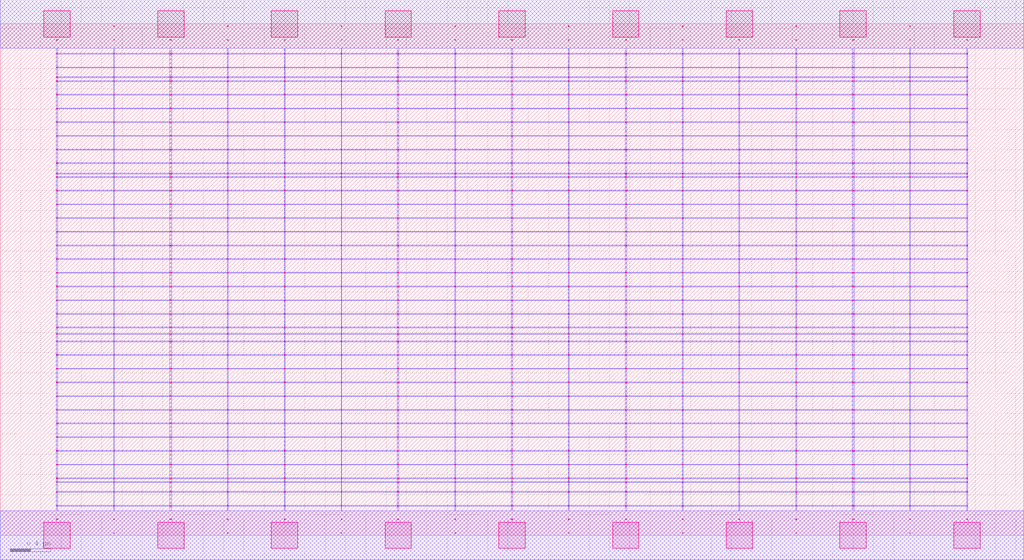
<source format=lef>
MACRO OAOAOI21111_DEBUG
 CLASS CORE ;
 FOREIGN OAOAOI21111_DEBUG 0 0 ;
 SIZE 10.08 BY 5.04 ;
 ORIGIN 0 0 ;
 SYMMETRY X Y R90 ;
 SITE unit ;

 OBS
    LAYER polycont ;
     RECT 5.03100000 2.58300000 5.04900000 2.59100000 ;
     RECT 5.03100000 2.71800000 5.04900000 2.72600000 ;
     RECT 5.03100000 2.85300000 5.04900000 2.86100000 ;
     RECT 5.03100000 2.98800000 5.04900000 2.99600000 ;
     RECT 7.27100000 2.58300000 7.28400000 2.59100000 ;
     RECT 7.83600000 2.58300000 7.84400000 2.59100000 ;
     RECT 8.39100000 2.58300000 8.40900000 2.59100000 ;
     RECT 8.95600000 2.58300000 8.96400000 2.59100000 ;
     RECT 9.51600000 2.58300000 9.52900000 2.59100000 ;
     RECT 5.59600000 2.58300000 5.60400000 2.59100000 ;
     RECT 5.59600000 2.71800000 5.60400000 2.72600000 ;
     RECT 6.15600000 2.71800000 6.16900000 2.72600000 ;
     RECT 6.71600000 2.71800000 6.72400000 2.72600000 ;
     RECT 7.27100000 2.71800000 7.28400000 2.72600000 ;
     RECT 7.83600000 2.71800000 7.84400000 2.72600000 ;
     RECT 8.39100000 2.71800000 8.40900000 2.72600000 ;
     RECT 8.95600000 2.71800000 8.96400000 2.72600000 ;
     RECT 9.51600000 2.71800000 9.52900000 2.72600000 ;
     RECT 6.15600000 2.58300000 6.16900000 2.59100000 ;
     RECT 5.59600000 2.85300000 5.60400000 2.86100000 ;
     RECT 6.15600000 2.85300000 6.16900000 2.86100000 ;
     RECT 6.71600000 2.85300000 6.72400000 2.86100000 ;
     RECT 7.27100000 2.85300000 7.28400000 2.86100000 ;
     RECT 7.83600000 2.85300000 7.84400000 2.86100000 ;
     RECT 8.39100000 2.85300000 8.40900000 2.86100000 ;
     RECT 8.95600000 2.85300000 8.96400000 2.86100000 ;
     RECT 9.51600000 2.85300000 9.52900000 2.86100000 ;
     RECT 6.71600000 2.58300000 6.72400000 2.59100000 ;
     RECT 5.59600000 2.98800000 5.60400000 2.99600000 ;
     RECT 6.15600000 2.98800000 6.16900000 2.99600000 ;
     RECT 6.71600000 2.98800000 6.72400000 2.99600000 ;
     RECT 7.27100000 2.98800000 7.28400000 2.99600000 ;
     RECT 7.83600000 2.98800000 7.84400000 2.99600000 ;
     RECT 8.39100000 2.98800000 8.40900000 2.99600000 ;
     RECT 8.95600000 2.98800000 8.96400000 2.99600000 ;
     RECT 9.51600000 2.98800000 9.52900000 2.99600000 ;
     RECT 6.71600000 3.12300000 6.72400000 3.13100000 ;
     RECT 6.71600000 3.25800000 6.72400000 3.26600000 ;
     RECT 6.71600000 3.39300000 6.72400000 3.40100000 ;
     RECT 6.71600000 3.52800000 6.72400000 3.53600000 ;
     RECT 6.71600000 3.56100000 6.72400000 3.56900000 ;
     RECT 6.71600000 3.66300000 6.72400000 3.67100000 ;
     RECT 6.71600000 3.79800000 6.72400000 3.80600000 ;
     RECT 6.71600000 3.93300000 6.72400000 3.94100000 ;
     RECT 6.71600000 4.06800000 6.72400000 4.07600000 ;
     RECT 6.71600000 4.20300000 6.72400000 4.21100000 ;
     RECT 6.71600000 4.33800000 6.72400000 4.34600000 ;
     RECT 6.71600000 4.47300000 6.72400000 4.48100000 ;
     RECT 6.71600000 4.51100000 6.72400000 4.51900000 ;
     RECT 6.71600000 4.60800000 6.72400000 4.61600000 ;
     RECT 6.71600000 4.74300000 6.72400000 4.75100000 ;
     RECT 6.71600000 4.87800000 6.72400000 4.88600000 ;
     RECT 1.11600000 2.98800000 1.12400000 2.99600000 ;
     RECT 1.67100000 2.98800000 1.68900000 2.99600000 ;
     RECT 2.23600000 2.98800000 2.24400000 2.99600000 ;
     RECT 2.79600000 2.98800000 2.80900000 2.99600000 ;
     RECT 3.35600000 2.98800000 3.36400000 2.99600000 ;
     RECT 3.91100000 2.98800000 3.92400000 2.99600000 ;
     RECT 4.47600000 2.98800000 4.48400000 2.99600000 ;
     RECT 2.23600000 2.58300000 2.24400000 2.59100000 ;
     RECT 2.79600000 2.58300000 2.80900000 2.59100000 ;
     RECT 3.35600000 2.58300000 3.36400000 2.59100000 ;
     RECT 3.91100000 2.58300000 3.92400000 2.59100000 ;
     RECT 4.47600000 2.58300000 4.48400000 2.59100000 ;
     RECT 0.55100000 2.58300000 0.56400000 2.59100000 ;
     RECT 0.55100000 2.71800000 0.56400000 2.72600000 ;
     RECT 0.55100000 2.85300000 0.56400000 2.86100000 ;
     RECT 1.11600000 2.85300000 1.12400000 2.86100000 ;
     RECT 3.35600000 3.12300000 3.36400000 3.13100000 ;
     RECT 1.67100000 2.85300000 1.68900000 2.86100000 ;
     RECT 3.35600000 3.25800000 3.36400000 3.26600000 ;
     RECT 2.23600000 2.85300000 2.24400000 2.86100000 ;
     RECT 3.35600000 3.39300000 3.36400000 3.40100000 ;
     RECT 2.79600000 2.85300000 2.80900000 2.86100000 ;
     RECT 3.35600000 3.52800000 3.36400000 3.53600000 ;
     RECT 3.35600000 2.85300000 3.36400000 2.86100000 ;
     RECT 3.35600000 3.56100000 3.36400000 3.56900000 ;
     RECT 3.91100000 2.85300000 3.92400000 2.86100000 ;
     RECT 3.35600000 3.66300000 3.36400000 3.67100000 ;
     RECT 4.47600000 2.85300000 4.48400000 2.86100000 ;
     RECT 3.35600000 3.79800000 3.36400000 3.80600000 ;
     RECT 1.11600000 2.71800000 1.12400000 2.72600000 ;
     RECT 3.35600000 3.93300000 3.36400000 3.94100000 ;
     RECT 1.67100000 2.71800000 1.68900000 2.72600000 ;
     RECT 3.35600000 4.06800000 3.36400000 4.07600000 ;
     RECT 2.23600000 2.71800000 2.24400000 2.72600000 ;
     RECT 3.35600000 4.20300000 3.36400000 4.21100000 ;
     RECT 2.79600000 2.71800000 2.80900000 2.72600000 ;
     RECT 3.35600000 4.33800000 3.36400000 4.34600000 ;
     RECT 3.35600000 2.71800000 3.36400000 2.72600000 ;
     RECT 3.35600000 4.47300000 3.36400000 4.48100000 ;
     RECT 3.91100000 2.71800000 3.92400000 2.72600000 ;
     RECT 3.35600000 4.51100000 3.36400000 4.51900000 ;
     RECT 4.47600000 2.71800000 4.48400000 2.72600000 ;
     RECT 3.35600000 4.60800000 3.36400000 4.61600000 ;
     RECT 1.11600000 2.58300000 1.12400000 2.59100000 ;
     RECT 3.35600000 4.74300000 3.36400000 4.75100000 ;
     RECT 1.67100000 2.58300000 1.68900000 2.59100000 ;
     RECT 3.35600000 4.87800000 3.36400000 4.88600000 ;
     RECT 0.55100000 2.98800000 0.56400000 2.99600000 ;
     RECT 4.47600000 0.15300000 4.48400000 0.16100000 ;
     RECT 4.47600000 0.28800000 4.48400000 0.29600000 ;
     RECT 4.47600000 0.42300000 4.48400000 0.43100000 ;
     RECT 4.47600000 0.52100000 4.48400000 0.52900000 ;
     RECT 4.47600000 0.55800000 4.48400000 0.56600000 ;
     RECT 4.47600000 0.69300000 4.48400000 0.70100000 ;
     RECT 4.47600000 0.82800000 4.48400000 0.83600000 ;
     RECT 4.47600000 0.96300000 4.48400000 0.97100000 ;
     RECT 4.47600000 1.09800000 4.48400000 1.10600000 ;
     RECT 4.47600000 1.23300000 4.48400000 1.24100000 ;
     RECT 4.47600000 1.36800000 4.48400000 1.37600000 ;
     RECT 4.47600000 1.50300000 4.48400000 1.51100000 ;
     RECT 4.47600000 1.63800000 4.48400000 1.64600000 ;
     RECT 4.47600000 1.77300000 4.48400000 1.78100000 ;
     RECT 4.47600000 1.90800000 4.48400000 1.91600000 ;
     RECT 4.47600000 1.98100000 4.48400000 1.98900000 ;
     RECT 4.47600000 2.04300000 4.48400000 2.05100000 ;
     RECT 4.47600000 2.17800000 4.48400000 2.18600000 ;
     RECT 4.47600000 2.31300000 4.48400000 2.32100000 ;
     RECT 4.47600000 2.44800000 4.48400000 2.45600000 ;
     RECT 7.83600000 0.42300000 7.84400000 0.43100000 ;
     RECT 7.83600000 1.36800000 7.84400000 1.37600000 ;
     RECT 7.83600000 0.69300000 7.84400000 0.70100000 ;
     RECT 7.83600000 1.50300000 7.84400000 1.51100000 ;
     RECT 7.83600000 0.28800000 7.84400000 0.29600000 ;
     RECT 7.83600000 1.63800000 7.84400000 1.64600000 ;
     RECT 7.83600000 0.82800000 7.84400000 0.83600000 ;
     RECT 7.83600000 1.77300000 7.84400000 1.78100000 ;
     RECT 7.83600000 0.52100000 7.84400000 0.52900000 ;
     RECT 7.83600000 1.90800000 7.84400000 1.91600000 ;
     RECT 7.83600000 0.96300000 7.84400000 0.97100000 ;
     RECT 7.83600000 1.98100000 7.84400000 1.98900000 ;
     RECT 7.83600000 0.15300000 7.84400000 0.16100000 ;
     RECT 7.83600000 2.04300000 7.84400000 2.05100000 ;
     RECT 7.83600000 1.09800000 7.84400000 1.10600000 ;
     RECT 7.83600000 2.17800000 7.84400000 2.18600000 ;
     RECT 7.83600000 0.55800000 7.84400000 0.56600000 ;
     RECT 7.83600000 2.31300000 7.84400000 2.32100000 ;
     RECT 7.83600000 1.23300000 7.84400000 1.24100000 ;
     RECT 7.83600000 2.44800000 7.84400000 2.45600000 ;

    LAYER pdiffc ;
     RECT 0.55100000 3.39300000 0.55900000 3.40100000 ;
     RECT 2.80100000 3.39300000 2.80900000 3.40100000 ;
     RECT 3.91100000 3.39300000 3.91900000 3.40100000 ;
     RECT 6.16100000 3.39300000 6.16900000 3.40100000 ;
     RECT 7.27100000 3.39300000 7.27900000 3.40100000 ;
     RECT 9.52100000 3.39300000 9.52900000 3.40100000 ;
     RECT 0.55100000 3.52800000 0.55900000 3.53600000 ;
     RECT 2.80100000 3.52800000 2.80900000 3.53600000 ;
     RECT 3.91100000 3.52800000 3.91900000 3.53600000 ;
     RECT 6.16100000 3.52800000 6.16900000 3.53600000 ;
     RECT 7.27100000 3.52800000 7.27900000 3.53600000 ;
     RECT 9.52100000 3.52800000 9.52900000 3.53600000 ;
     RECT 0.55100000 3.56100000 0.55900000 3.56900000 ;
     RECT 2.80100000 3.56100000 2.80900000 3.56900000 ;
     RECT 3.91100000 3.56100000 3.91900000 3.56900000 ;
     RECT 6.16100000 3.56100000 6.16900000 3.56900000 ;
     RECT 7.27100000 3.56100000 7.27900000 3.56900000 ;
     RECT 9.52100000 3.56100000 9.52900000 3.56900000 ;
     RECT 0.55100000 3.66300000 0.55900000 3.67100000 ;
     RECT 2.80100000 3.66300000 2.80900000 3.67100000 ;
     RECT 3.91100000 3.66300000 3.91900000 3.67100000 ;
     RECT 6.16100000 3.66300000 6.16900000 3.67100000 ;
     RECT 7.27100000 3.66300000 7.27900000 3.67100000 ;
     RECT 9.52100000 3.66300000 9.52900000 3.67100000 ;
     RECT 0.55100000 3.79800000 0.55900000 3.80600000 ;
     RECT 2.80100000 3.79800000 2.80900000 3.80600000 ;
     RECT 3.91100000 3.79800000 3.91900000 3.80600000 ;
     RECT 6.16100000 3.79800000 6.16900000 3.80600000 ;
     RECT 7.27100000 3.79800000 7.27900000 3.80600000 ;
     RECT 9.52100000 3.79800000 9.52900000 3.80600000 ;
     RECT 0.55100000 3.93300000 0.55900000 3.94100000 ;
     RECT 2.80100000 3.93300000 2.80900000 3.94100000 ;
     RECT 3.91100000 3.93300000 3.91900000 3.94100000 ;
     RECT 6.16100000 3.93300000 6.16900000 3.94100000 ;
     RECT 7.27100000 3.93300000 7.27900000 3.94100000 ;
     RECT 9.52100000 3.93300000 9.52900000 3.94100000 ;
     RECT 0.55100000 4.06800000 0.55900000 4.07600000 ;
     RECT 2.80100000 4.06800000 2.80900000 4.07600000 ;
     RECT 3.91100000 4.06800000 3.91900000 4.07600000 ;
     RECT 6.16100000 4.06800000 6.16900000 4.07600000 ;
     RECT 7.27100000 4.06800000 7.27900000 4.07600000 ;
     RECT 9.52100000 4.06800000 9.52900000 4.07600000 ;
     RECT 0.55100000 4.20300000 0.55900000 4.21100000 ;
     RECT 2.80100000 4.20300000 2.80900000 4.21100000 ;
     RECT 3.91100000 4.20300000 3.91900000 4.21100000 ;
     RECT 6.16100000 4.20300000 6.16900000 4.21100000 ;
     RECT 7.27100000 4.20300000 7.27900000 4.21100000 ;
     RECT 9.52100000 4.20300000 9.52900000 4.21100000 ;
     RECT 0.55100000 4.33800000 0.55900000 4.34600000 ;
     RECT 2.80100000 4.33800000 2.80900000 4.34600000 ;
     RECT 3.91100000 4.33800000 3.91900000 4.34600000 ;
     RECT 6.16100000 4.33800000 6.16900000 4.34600000 ;
     RECT 7.27100000 4.33800000 7.27900000 4.34600000 ;
     RECT 9.52100000 4.33800000 9.52900000 4.34600000 ;
     RECT 0.55100000 4.47300000 0.55900000 4.48100000 ;
     RECT 2.80100000 4.47300000 2.80900000 4.48100000 ;
     RECT 3.91100000 4.47300000 3.91900000 4.48100000 ;
     RECT 6.16100000 4.47300000 6.16900000 4.48100000 ;
     RECT 7.27100000 4.47300000 7.27900000 4.48100000 ;
     RECT 9.52100000 4.47300000 9.52900000 4.48100000 ;
     RECT 0.55100000 4.51100000 0.55900000 4.51900000 ;
     RECT 2.80100000 4.51100000 2.80900000 4.51900000 ;
     RECT 3.91100000 4.51100000 3.91900000 4.51900000 ;
     RECT 6.16100000 4.51100000 6.16900000 4.51900000 ;
     RECT 7.27100000 4.51100000 7.27900000 4.51900000 ;
     RECT 9.52100000 4.51100000 9.52900000 4.51900000 ;
     RECT 0.55100000 4.60800000 0.55900000 4.61600000 ;
     RECT 2.80100000 4.60800000 2.80900000 4.61600000 ;
     RECT 3.91100000 4.60800000 3.91900000 4.61600000 ;
     RECT 6.16100000 4.60800000 6.16900000 4.61600000 ;
     RECT 7.27100000 4.60800000 7.27900000 4.61600000 ;
     RECT 9.52100000 4.60800000 9.52900000 4.61600000 ;

    LAYER ndiffc ;
     RECT 5.03100000 0.42300000 5.04900000 0.43100000 ;
     RECT 5.03100000 0.52100000 5.04900000 0.52900000 ;
     RECT 5.03100000 0.55800000 5.04900000 0.56600000 ;
     RECT 5.03100000 0.69300000 5.04900000 0.70100000 ;
     RECT 5.03100000 0.82800000 5.04900000 0.83600000 ;
     RECT 5.03100000 0.96300000 5.04900000 0.97100000 ;
     RECT 5.03100000 1.09800000 5.04900000 1.10600000 ;
     RECT 5.03100000 1.23300000 5.04900000 1.24100000 ;
     RECT 5.03100000 1.36800000 5.04900000 1.37600000 ;
     RECT 5.03100000 1.50300000 5.04900000 1.51100000 ;
     RECT 5.03100000 1.63800000 5.04900000 1.64600000 ;
     RECT 5.03100000 1.77300000 5.04900000 1.78100000 ;
     RECT 5.03100000 1.90800000 5.04900000 1.91600000 ;
     RECT 5.03100000 1.98100000 5.04900000 1.98900000 ;
     RECT 5.03100000 2.04300000 5.04900000 2.05100000 ;
     RECT 8.39100000 0.42300000 8.40900000 0.43100000 ;
     RECT 6.15600000 0.69300000 6.16900000 0.70100000 ;
     RECT 7.27100000 0.69300000 7.28400000 0.70100000 ;
     RECT 8.39100000 0.69300000 8.40900000 0.70100000 ;
     RECT 9.51600000 0.69300000 9.52900000 0.70100000 ;
     RECT 9.51600000 0.42300000 9.52900000 0.43100000 ;
     RECT 6.15600000 0.82800000 6.16900000 0.83600000 ;
     RECT 7.27100000 0.82800000 7.28400000 0.83600000 ;
     RECT 8.39100000 0.82800000 8.40900000 0.83600000 ;
     RECT 9.51600000 0.82800000 9.52900000 0.83600000 ;
     RECT 6.15600000 0.42300000 6.16900000 0.43100000 ;
     RECT 6.15600000 0.96300000 6.16900000 0.97100000 ;
     RECT 7.27100000 0.96300000 7.28400000 0.97100000 ;
     RECT 8.39100000 0.96300000 8.40900000 0.97100000 ;
     RECT 9.51600000 0.96300000 9.52900000 0.97100000 ;
     RECT 6.15600000 0.52100000 6.16900000 0.52900000 ;
     RECT 6.15600000 1.09800000 6.16900000 1.10600000 ;
     RECT 7.27100000 1.09800000 7.28400000 1.10600000 ;
     RECT 8.39100000 1.09800000 8.40900000 1.10600000 ;
     RECT 9.51600000 1.09800000 9.52900000 1.10600000 ;
     RECT 7.27100000 0.52100000 7.28400000 0.52900000 ;
     RECT 6.15600000 1.23300000 6.16900000 1.24100000 ;
     RECT 7.27100000 1.23300000 7.28400000 1.24100000 ;
     RECT 8.39100000 1.23300000 8.40900000 1.24100000 ;
     RECT 9.51600000 1.23300000 9.52900000 1.24100000 ;
     RECT 8.39100000 0.52100000 8.40900000 0.52900000 ;
     RECT 6.15600000 1.36800000 6.16900000 1.37600000 ;
     RECT 7.27100000 1.36800000 7.28400000 1.37600000 ;
     RECT 8.39100000 1.36800000 8.40900000 1.37600000 ;
     RECT 9.51600000 1.36800000 9.52900000 1.37600000 ;
     RECT 9.51600000 0.52100000 9.52900000 0.52900000 ;
     RECT 6.15600000 1.50300000 6.16900000 1.51100000 ;
     RECT 7.27100000 1.50300000 7.28400000 1.51100000 ;
     RECT 8.39100000 1.50300000 8.40900000 1.51100000 ;
     RECT 9.51600000 1.50300000 9.52900000 1.51100000 ;
     RECT 7.27100000 0.42300000 7.28400000 0.43100000 ;
     RECT 6.15600000 1.63800000 6.16900000 1.64600000 ;
     RECT 7.27100000 1.63800000 7.28400000 1.64600000 ;
     RECT 8.39100000 1.63800000 8.40900000 1.64600000 ;
     RECT 9.51600000 1.63800000 9.52900000 1.64600000 ;
     RECT 6.15600000 0.55800000 6.16900000 0.56600000 ;
     RECT 6.15600000 1.77300000 6.16900000 1.78100000 ;
     RECT 7.27100000 1.77300000 7.28400000 1.78100000 ;
     RECT 8.39100000 1.77300000 8.40900000 1.78100000 ;
     RECT 9.51600000 1.77300000 9.52900000 1.78100000 ;
     RECT 7.27100000 0.55800000 7.28400000 0.56600000 ;
     RECT 6.15600000 1.90800000 6.16900000 1.91600000 ;
     RECT 7.27100000 1.90800000 7.28400000 1.91600000 ;
     RECT 8.39100000 1.90800000 8.40900000 1.91600000 ;
     RECT 9.51600000 1.90800000 9.52900000 1.91600000 ;
     RECT 8.39100000 0.55800000 8.40900000 0.56600000 ;
     RECT 6.15600000 1.98100000 6.16900000 1.98900000 ;
     RECT 7.27100000 1.98100000 7.28400000 1.98900000 ;
     RECT 8.39100000 1.98100000 8.40900000 1.98900000 ;
     RECT 9.51600000 1.98100000 9.52900000 1.98900000 ;
     RECT 9.51600000 0.55800000 9.52900000 0.56600000 ;
     RECT 6.15600000 2.04300000 6.16900000 2.05100000 ;
     RECT 7.27100000 2.04300000 7.28400000 2.05100000 ;
     RECT 8.39100000 2.04300000 8.40900000 2.05100000 ;
     RECT 9.51600000 2.04300000 9.52900000 2.05100000 ;
     RECT 3.91100000 1.36800000 3.92400000 1.37600000 ;
     RECT 2.79600000 0.55800000 2.80900000 0.56600000 ;
     RECT 3.91100000 0.55800000 3.92400000 0.56600000 ;
     RECT 1.67100000 0.52100000 1.68900000 0.52900000 ;
     RECT 2.79600000 0.52100000 2.80900000 0.52900000 ;
     RECT 3.91100000 0.52100000 3.92400000 0.52900000 ;
     RECT 0.55100000 1.50300000 0.56400000 1.51100000 ;
     RECT 1.67100000 1.50300000 1.68900000 1.51100000 ;
     RECT 2.79600000 1.50300000 2.80900000 1.51100000 ;
     RECT 3.91100000 1.50300000 3.92400000 1.51100000 ;
     RECT 0.55100000 0.96300000 0.56400000 0.97100000 ;
     RECT 1.67100000 0.96300000 1.68900000 0.97100000 ;
     RECT 2.79600000 0.96300000 2.80900000 0.97100000 ;
     RECT 3.91100000 0.96300000 3.92400000 0.97100000 ;
     RECT 1.67100000 0.42300000 1.68900000 0.43100000 ;
     RECT 0.55100000 1.63800000 0.56400000 1.64600000 ;
     RECT 1.67100000 1.63800000 1.68900000 1.64600000 ;
     RECT 2.79600000 1.63800000 2.80900000 1.64600000 ;
     RECT 3.91100000 1.63800000 3.92400000 1.64600000 ;
     RECT 2.79600000 0.42300000 2.80900000 0.43100000 ;
     RECT 0.55100000 0.69300000 0.56400000 0.70100000 ;
     RECT 1.67100000 0.69300000 1.68900000 0.70100000 ;
     RECT 2.79600000 0.69300000 2.80900000 0.70100000 ;
     RECT 0.55100000 1.09800000 0.56400000 1.10600000 ;
     RECT 0.55100000 1.77300000 0.56400000 1.78100000 ;
     RECT 1.67100000 1.77300000 1.68900000 1.78100000 ;
     RECT 2.79600000 1.77300000 2.80900000 1.78100000 ;
     RECT 3.91100000 1.77300000 3.92400000 1.78100000 ;
     RECT 1.67100000 1.09800000 1.68900000 1.10600000 ;
     RECT 2.79600000 1.09800000 2.80900000 1.10600000 ;
     RECT 3.91100000 1.09800000 3.92400000 1.10600000 ;
     RECT 3.91100000 0.69300000 3.92400000 0.70100000 ;
     RECT 3.91100000 0.42300000 3.92400000 0.43100000 ;
     RECT 0.55100000 1.90800000 0.56400000 1.91600000 ;
     RECT 1.67100000 1.90800000 1.68900000 1.91600000 ;
     RECT 2.79600000 1.90800000 2.80900000 1.91600000 ;
     RECT 3.91100000 1.90800000 3.92400000 1.91600000 ;
     RECT 0.55100000 0.42300000 0.56400000 0.43100000 ;
     RECT 0.55100000 0.52100000 0.56400000 0.52900000 ;
     RECT 0.55100000 0.55800000 0.56400000 0.56600000 ;
     RECT 0.55100000 1.23300000 0.56400000 1.24100000 ;
     RECT 1.67100000 1.23300000 1.68900000 1.24100000 ;
     RECT 0.55100000 1.98100000 0.56400000 1.98900000 ;
     RECT 1.67100000 1.98100000 1.68900000 1.98900000 ;
     RECT 2.79600000 1.98100000 2.80900000 1.98900000 ;
     RECT 3.91100000 1.98100000 3.92400000 1.98900000 ;
     RECT 2.79600000 1.23300000 2.80900000 1.24100000 ;
     RECT 3.91100000 1.23300000 3.92400000 1.24100000 ;
     RECT 1.67100000 0.55800000 1.68900000 0.56600000 ;
     RECT 0.55100000 0.82800000 0.56400000 0.83600000 ;
     RECT 1.67100000 0.82800000 1.68900000 0.83600000 ;
     RECT 0.55100000 2.04300000 0.56400000 2.05100000 ;
     RECT 1.67100000 2.04300000 1.68900000 2.05100000 ;
     RECT 2.79600000 2.04300000 2.80900000 2.05100000 ;
     RECT 3.91100000 2.04300000 3.92400000 2.05100000 ;
     RECT 2.79600000 0.82800000 2.80900000 0.83600000 ;
     RECT 3.91100000 0.82800000 3.92400000 0.83600000 ;
     RECT 0.55100000 1.36800000 0.56400000 1.37600000 ;
     RECT 1.67100000 1.36800000 1.68900000 1.37600000 ;
     RECT 2.79600000 1.36800000 2.80900000 1.37600000 ;

    LAYER met1 ;
     RECT 0.00000000 -0.24000000 10.08000000 0.24000000 ;
     RECT 5.03100000 0.24000000 5.04900000 0.28800000 ;
     RECT 0.55100000 0.28800000 9.52900000 0.29600000 ;
     RECT 5.03100000 0.29600000 5.04900000 0.42300000 ;
     RECT 0.55100000 0.42300000 9.52900000 0.43100000 ;
     RECT 5.03100000 0.43100000 5.04900000 0.52100000 ;
     RECT 0.55100000 0.52100000 9.52900000 0.52900000 ;
     RECT 5.03100000 0.52900000 5.04900000 0.55800000 ;
     RECT 0.55100000 0.55800000 9.52900000 0.56600000 ;
     RECT 5.03100000 0.56600000 5.04900000 0.69300000 ;
     RECT 0.55100000 0.69300000 9.52900000 0.70100000 ;
     RECT 5.03100000 0.70100000 5.04900000 0.82800000 ;
     RECT 0.55100000 0.82800000 9.52900000 0.83600000 ;
     RECT 5.03100000 0.83600000 5.04900000 0.96300000 ;
     RECT 0.55100000 0.96300000 9.52900000 0.97100000 ;
     RECT 5.03100000 0.97100000 5.04900000 1.09800000 ;
     RECT 0.55100000 1.09800000 9.52900000 1.10600000 ;
     RECT 5.03100000 1.10600000 5.04900000 1.23300000 ;
     RECT 0.55100000 1.23300000 9.52900000 1.24100000 ;
     RECT 5.03100000 1.24100000 5.04900000 1.36800000 ;
     RECT 0.55100000 1.36800000 9.52900000 1.37600000 ;
     RECT 5.03100000 1.37600000 5.04900000 1.50300000 ;
     RECT 0.55100000 1.50300000 9.52900000 1.51100000 ;
     RECT 5.03100000 1.51100000 5.04900000 1.63800000 ;
     RECT 0.55100000 1.63800000 9.52900000 1.64600000 ;
     RECT 5.03100000 1.64600000 5.04900000 1.77300000 ;
     RECT 0.55100000 1.77300000 9.52900000 1.78100000 ;
     RECT 5.03100000 1.78100000 5.04900000 1.90800000 ;
     RECT 0.55100000 1.90800000 9.52900000 1.91600000 ;
     RECT 5.03100000 1.91600000 5.04900000 1.98100000 ;
     RECT 0.55100000 1.98100000 9.52900000 1.98900000 ;
     RECT 5.03100000 1.98900000 5.04900000 2.04300000 ;
     RECT 0.55100000 2.04300000 9.52900000 2.05100000 ;
     RECT 5.03100000 2.05100000 5.04900000 2.17800000 ;
     RECT 0.55100000 2.17800000 9.52900000 2.18600000 ;
     RECT 5.03100000 2.18600000 5.04900000 2.31300000 ;
     RECT 0.55100000 2.31300000 9.52900000 2.32100000 ;
     RECT 5.03100000 2.32100000 5.04900000 2.44800000 ;
     RECT 0.55100000 2.44800000 9.52900000 2.45600000 ;
     RECT 0.55100000 2.45600000 0.56400000 2.58300000 ;
     RECT 1.11600000 2.45600000 1.12400000 2.58300000 ;
     RECT 1.67100000 2.45600000 1.68900000 2.58300000 ;
     RECT 2.23600000 2.45600000 2.24400000 2.58300000 ;
     RECT 2.79600000 2.45600000 2.80900000 2.58300000 ;
     RECT 3.35600000 2.45600000 3.36400000 2.58300000 ;
     RECT 3.91100000 2.45600000 3.92400000 2.58300000 ;
     RECT 4.47600000 2.45600000 4.48400000 2.58300000 ;
     RECT 5.03100000 2.45600000 5.04900000 2.58300000 ;
     RECT 5.59600000 2.45600000 5.60400000 2.58300000 ;
     RECT 6.15600000 2.45600000 6.16900000 2.58300000 ;
     RECT 6.71600000 2.45600000 6.72400000 2.58300000 ;
     RECT 7.27100000 2.45600000 7.28400000 2.58300000 ;
     RECT 7.83600000 2.45600000 7.84400000 2.58300000 ;
     RECT 8.39100000 2.45600000 8.40900000 2.58300000 ;
     RECT 8.95600000 2.45600000 8.96400000 2.58300000 ;
     RECT 9.51600000 2.45600000 9.52900000 2.58300000 ;
     RECT 0.55100000 2.58300000 9.52900000 2.59100000 ;
     RECT 5.03100000 2.59100000 5.04900000 2.71800000 ;
     RECT 0.55100000 2.71800000 9.52900000 2.72600000 ;
     RECT 5.03100000 2.72600000 5.04900000 2.85300000 ;
     RECT 0.55100000 2.85300000 9.52900000 2.86100000 ;
     RECT 5.03100000 2.86100000 5.04900000 2.98800000 ;
     RECT 0.55100000 2.98800000 9.52900000 2.99600000 ;
     RECT 5.03100000 2.99600000 5.04900000 3.12300000 ;
     RECT 0.55100000 3.12300000 9.52900000 3.13100000 ;
     RECT 5.03100000 3.13100000 5.04900000 3.25800000 ;
     RECT 0.55100000 3.25800000 9.52900000 3.26600000 ;
     RECT 5.03100000 3.26600000 5.04900000 3.39300000 ;
     RECT 0.55100000 3.39300000 9.52900000 3.40100000 ;
     RECT 5.03100000 3.40100000 5.04900000 3.52800000 ;
     RECT 0.55100000 3.52800000 9.52900000 3.53600000 ;
     RECT 5.03100000 3.53600000 5.04900000 3.56100000 ;
     RECT 0.55100000 3.56100000 9.52900000 3.56900000 ;
     RECT 5.03100000 3.56900000 5.04900000 3.66300000 ;
     RECT 0.55100000 3.66300000 9.52900000 3.67100000 ;
     RECT 5.03100000 3.67100000 5.04900000 3.79800000 ;
     RECT 0.55100000 3.79800000 9.52900000 3.80600000 ;
     RECT 5.03100000 3.80600000 5.04900000 3.93300000 ;
     RECT 0.55100000 3.93300000 9.52900000 3.94100000 ;
     RECT 5.03100000 3.94100000 5.04900000 4.06800000 ;
     RECT 0.55100000 4.06800000 9.52900000 4.07600000 ;
     RECT 5.03100000 4.07600000 5.04900000 4.20300000 ;
     RECT 0.55100000 4.20300000 9.52900000 4.21100000 ;
     RECT 5.03100000 4.21100000 5.04900000 4.33800000 ;
     RECT 0.55100000 4.33800000 9.52900000 4.34600000 ;
     RECT 5.03100000 4.34600000 5.04900000 4.47300000 ;
     RECT 0.55100000 4.47300000 9.52900000 4.48100000 ;
     RECT 5.03100000 4.48100000 5.04900000 4.51100000 ;
     RECT 0.55100000 4.51100000 9.52900000 4.51900000 ;
     RECT 5.03100000 4.51900000 5.04900000 4.60800000 ;
     RECT 0.55100000 4.60800000 9.52900000 4.61600000 ;
     RECT 5.03100000 4.61600000 5.04900000 4.74300000 ;
     RECT 0.55100000 4.74300000 9.52900000 4.75100000 ;
     RECT 5.03100000 4.75100000 5.04900000 4.80000000 ;
     RECT 0.00000000 4.80000000 10.08000000 5.28000000 ;
     RECT 5.59600000 3.80600000 5.60400000 3.93300000 ;
     RECT 6.15600000 3.80600000 6.16900000 3.93300000 ;
     RECT 6.71600000 3.80600000 6.72400000 3.93300000 ;
     RECT 7.27100000 3.80600000 7.28400000 3.93300000 ;
     RECT 7.83600000 3.80600000 7.84400000 3.93300000 ;
     RECT 8.39100000 3.80600000 8.40900000 3.93300000 ;
     RECT 8.95600000 3.80600000 8.96400000 3.93300000 ;
     RECT 9.51600000 3.80600000 9.52900000 3.93300000 ;
     RECT 7.83600000 3.94100000 7.84400000 4.06800000 ;
     RECT 8.39100000 3.94100000 8.40900000 4.06800000 ;
     RECT 8.95600000 3.94100000 8.96400000 4.06800000 ;
     RECT 9.51600000 3.94100000 9.52900000 4.06800000 ;
     RECT 7.83600000 4.07600000 7.84400000 4.20300000 ;
     RECT 8.39100000 4.07600000 8.40900000 4.20300000 ;
     RECT 8.95600000 4.07600000 8.96400000 4.20300000 ;
     RECT 9.51600000 4.07600000 9.52900000 4.20300000 ;
     RECT 7.83600000 4.21100000 7.84400000 4.33800000 ;
     RECT 8.39100000 4.21100000 8.40900000 4.33800000 ;
     RECT 8.95600000 4.21100000 8.96400000 4.33800000 ;
     RECT 9.51600000 4.21100000 9.52900000 4.33800000 ;
     RECT 7.83600000 4.34600000 7.84400000 4.47300000 ;
     RECT 8.39100000 4.34600000 8.40900000 4.47300000 ;
     RECT 8.95600000 4.34600000 8.96400000 4.47300000 ;
     RECT 9.51600000 4.34600000 9.52900000 4.47300000 ;
     RECT 7.83600000 4.48100000 7.84400000 4.51100000 ;
     RECT 8.39100000 4.48100000 8.40900000 4.51100000 ;
     RECT 8.95600000 4.48100000 8.96400000 4.51100000 ;
     RECT 9.51600000 4.48100000 9.52900000 4.51100000 ;
     RECT 7.83600000 4.51900000 7.84400000 4.60800000 ;
     RECT 8.39100000 4.51900000 8.40900000 4.60800000 ;
     RECT 8.95600000 4.51900000 8.96400000 4.60800000 ;
     RECT 9.51600000 4.51900000 9.52900000 4.60800000 ;
     RECT 7.83600000 4.61600000 7.84400000 4.74300000 ;
     RECT 8.39100000 4.61600000 8.40900000 4.74300000 ;
     RECT 8.95600000 4.61600000 8.96400000 4.74300000 ;
     RECT 9.51600000 4.61600000 9.52900000 4.74300000 ;
     RECT 7.83600000 4.75100000 7.84400000 4.80000000 ;
     RECT 8.39100000 4.75100000 8.40900000 4.80000000 ;
     RECT 8.95600000 4.75100000 8.96400000 4.80000000 ;
     RECT 9.51600000 4.75100000 9.52900000 4.80000000 ;
     RECT 5.59600000 4.48100000 5.60400000 4.51100000 ;
     RECT 6.15600000 4.48100000 6.16900000 4.51100000 ;
     RECT 6.71600000 4.48100000 6.72400000 4.51100000 ;
     RECT 7.27100000 4.48100000 7.28400000 4.51100000 ;
     RECT 5.59600000 4.21100000 5.60400000 4.33800000 ;
     RECT 6.15600000 4.21100000 6.16900000 4.33800000 ;
     RECT 6.71600000 4.21100000 6.72400000 4.33800000 ;
     RECT 7.27100000 4.21100000 7.28400000 4.33800000 ;
     RECT 5.59600000 4.51900000 5.60400000 4.60800000 ;
     RECT 6.15600000 4.51900000 6.16900000 4.60800000 ;
     RECT 6.71600000 4.51900000 6.72400000 4.60800000 ;
     RECT 7.27100000 4.51900000 7.28400000 4.60800000 ;
     RECT 5.59600000 4.07600000 5.60400000 4.20300000 ;
     RECT 6.15600000 4.07600000 6.16900000 4.20300000 ;
     RECT 6.71600000 4.07600000 6.72400000 4.20300000 ;
     RECT 7.27100000 4.07600000 7.28400000 4.20300000 ;
     RECT 5.59600000 4.61600000 5.60400000 4.74300000 ;
     RECT 6.15600000 4.61600000 6.16900000 4.74300000 ;
     RECT 6.71600000 4.61600000 6.72400000 4.74300000 ;
     RECT 7.27100000 4.61600000 7.28400000 4.74300000 ;
     RECT 5.59600000 4.34600000 5.60400000 4.47300000 ;
     RECT 6.15600000 4.34600000 6.16900000 4.47300000 ;
     RECT 6.71600000 4.34600000 6.72400000 4.47300000 ;
     RECT 7.27100000 4.34600000 7.28400000 4.47300000 ;
     RECT 5.59600000 4.75100000 5.60400000 4.80000000 ;
     RECT 6.15600000 4.75100000 6.16900000 4.80000000 ;
     RECT 6.71600000 4.75100000 6.72400000 4.80000000 ;
     RECT 7.27100000 4.75100000 7.28400000 4.80000000 ;
     RECT 5.59600000 3.94100000 5.60400000 4.06800000 ;
     RECT 6.15600000 3.94100000 6.16900000 4.06800000 ;
     RECT 6.71600000 3.94100000 6.72400000 4.06800000 ;
     RECT 7.27100000 3.94100000 7.28400000 4.06800000 ;
     RECT 5.59600000 2.59100000 5.60400000 2.71800000 ;
     RECT 6.15600000 2.59100000 6.16900000 2.71800000 ;
     RECT 5.59600000 3.26600000 5.60400000 3.39300000 ;
     RECT 6.15600000 3.26600000 6.16900000 3.39300000 ;
     RECT 5.59600000 2.86100000 5.60400000 2.98800000 ;
     RECT 6.15600000 2.86100000 6.16900000 2.98800000 ;
     RECT 6.71600000 3.26600000 6.72400000 3.39300000 ;
     RECT 7.27100000 3.26600000 7.28400000 3.39300000 ;
     RECT 5.59600000 2.72600000 5.60400000 2.85300000 ;
     RECT 6.15600000 2.72600000 6.16900000 2.85300000 ;
     RECT 5.59600000 3.40100000 5.60400000 3.52800000 ;
     RECT 6.15600000 3.40100000 6.16900000 3.52800000 ;
     RECT 5.59600000 2.99600000 5.60400000 3.12300000 ;
     RECT 6.15600000 2.99600000 6.16900000 3.12300000 ;
     RECT 6.71600000 3.40100000 6.72400000 3.52800000 ;
     RECT 7.27100000 3.40100000 7.28400000 3.52800000 ;
     RECT 6.71600000 2.86100000 6.72400000 2.98800000 ;
     RECT 7.27100000 2.86100000 7.28400000 2.98800000 ;
     RECT 6.71600000 2.72600000 6.72400000 2.85300000 ;
     RECT 7.27100000 2.72600000 7.28400000 2.85300000 ;
     RECT 5.59600000 3.53600000 5.60400000 3.56100000 ;
     RECT 6.15600000 3.53600000 6.16900000 3.56100000 ;
     RECT 6.71600000 2.99600000 6.72400000 3.12300000 ;
     RECT 7.27100000 2.99600000 7.28400000 3.12300000 ;
     RECT 6.71600000 3.53600000 6.72400000 3.56100000 ;
     RECT 7.27100000 3.53600000 7.28400000 3.56100000 ;
     RECT 5.59600000 3.56900000 5.60400000 3.66300000 ;
     RECT 6.15600000 3.56900000 6.16900000 3.66300000 ;
     RECT 6.71600000 3.56900000 6.72400000 3.66300000 ;
     RECT 7.27100000 3.56900000 7.28400000 3.66300000 ;
     RECT 5.59600000 3.67100000 5.60400000 3.79800000 ;
     RECT 6.15600000 3.67100000 6.16900000 3.79800000 ;
     RECT 6.71600000 3.67100000 6.72400000 3.79800000 ;
     RECT 7.27100000 3.67100000 7.28400000 3.79800000 ;
     RECT 6.71600000 2.59100000 6.72400000 2.71800000 ;
     RECT 7.27100000 2.59100000 7.28400000 2.71800000 ;
     RECT 5.59600000 3.13100000 5.60400000 3.25800000 ;
     RECT 6.15600000 3.13100000 6.16900000 3.25800000 ;
     RECT 6.71600000 3.13100000 6.72400000 3.25800000 ;
     RECT 7.27100000 3.13100000 7.28400000 3.25800000 ;
     RECT 8.39100000 2.59100000 8.40900000 2.71800000 ;
     RECT 9.51600000 2.99600000 9.52900000 3.12300000 ;
     RECT 7.83600000 3.13100000 7.84400000 3.25800000 ;
     RECT 7.83600000 3.56900000 7.84400000 3.66300000 ;
     RECT 8.39100000 3.56900000 8.40900000 3.66300000 ;
     RECT 8.95600000 3.56900000 8.96400000 3.66300000 ;
     RECT 9.51600000 3.56900000 9.52900000 3.66300000 ;
     RECT 8.95600000 2.72600000 8.96400000 2.85300000 ;
     RECT 9.51600000 2.72600000 9.52900000 2.85300000 ;
     RECT 8.39100000 3.13100000 8.40900000 3.25800000 ;
     RECT 7.83600000 3.40100000 7.84400000 3.52800000 ;
     RECT 8.39100000 3.40100000 8.40900000 3.52800000 ;
     RECT 8.95600000 3.40100000 8.96400000 3.52800000 ;
     RECT 7.83600000 3.67100000 7.84400000 3.79800000 ;
     RECT 8.39100000 3.67100000 8.40900000 3.79800000 ;
     RECT 8.95600000 3.67100000 8.96400000 3.79800000 ;
     RECT 7.83600000 2.86100000 7.84400000 2.98800000 ;
     RECT 8.39100000 2.86100000 8.40900000 2.98800000 ;
     RECT 9.51600000 3.67100000 9.52900000 3.79800000 ;
     RECT 9.51600000 3.40100000 9.52900000 3.52800000 ;
     RECT 8.95600000 3.13100000 8.96400000 3.25800000 ;
     RECT 7.83600000 3.26600000 7.84400000 3.39300000 ;
     RECT 8.39100000 3.26600000 8.40900000 3.39300000 ;
     RECT 8.95600000 3.26600000 8.96400000 3.39300000 ;
     RECT 9.51600000 3.26600000 9.52900000 3.39300000 ;
     RECT 9.51600000 3.13100000 9.52900000 3.25800000 ;
     RECT 8.95600000 2.86100000 8.96400000 2.98800000 ;
     RECT 9.51600000 2.86100000 9.52900000 2.98800000 ;
     RECT 7.83600000 3.53600000 7.84400000 3.56100000 ;
     RECT 7.83600000 2.99600000 7.84400000 3.12300000 ;
     RECT 8.39100000 2.99600000 8.40900000 3.12300000 ;
     RECT 8.39100000 3.53600000 8.40900000 3.56100000 ;
     RECT 8.95600000 3.53600000 8.96400000 3.56100000 ;
     RECT 9.51600000 3.53600000 9.52900000 3.56100000 ;
     RECT 7.83600000 2.72600000 7.84400000 2.85300000 ;
     RECT 8.39100000 2.72600000 8.40900000 2.85300000 ;
     RECT 8.95600000 2.59100000 8.96400000 2.71800000 ;
     RECT 9.51600000 2.59100000 9.52900000 2.71800000 ;
     RECT 7.83600000 2.59100000 7.84400000 2.71800000 ;
     RECT 8.95600000 2.99600000 8.96400000 3.12300000 ;
     RECT 0.55100000 3.80600000 0.56400000 3.93300000 ;
     RECT 1.11600000 3.80600000 1.12400000 3.93300000 ;
     RECT 1.67100000 3.80600000 1.68900000 3.93300000 ;
     RECT 2.23600000 3.80600000 2.24400000 3.93300000 ;
     RECT 2.79600000 3.80600000 2.80900000 3.93300000 ;
     RECT 3.35600000 3.80600000 3.36400000 3.93300000 ;
     RECT 3.91100000 3.80600000 3.92400000 3.93300000 ;
     RECT 4.47600000 3.80600000 4.48400000 3.93300000 ;
     RECT 2.79600000 4.21100000 2.80900000 4.33800000 ;
     RECT 3.35600000 4.21100000 3.36400000 4.33800000 ;
     RECT 3.91100000 4.21100000 3.92400000 4.33800000 ;
     RECT 4.47600000 4.21100000 4.48400000 4.33800000 ;
     RECT 2.79600000 4.34600000 2.80900000 4.47300000 ;
     RECT 3.35600000 4.34600000 3.36400000 4.47300000 ;
     RECT 3.91100000 4.34600000 3.92400000 4.47300000 ;
     RECT 4.47600000 4.34600000 4.48400000 4.47300000 ;
     RECT 2.79600000 4.48100000 2.80900000 4.51100000 ;
     RECT 3.35600000 4.48100000 3.36400000 4.51100000 ;
     RECT 3.91100000 4.48100000 3.92400000 4.51100000 ;
     RECT 4.47600000 4.48100000 4.48400000 4.51100000 ;
     RECT 2.79600000 4.51900000 2.80900000 4.60800000 ;
     RECT 3.35600000 4.51900000 3.36400000 4.60800000 ;
     RECT 3.91100000 4.51900000 3.92400000 4.60800000 ;
     RECT 4.47600000 4.51900000 4.48400000 4.60800000 ;
     RECT 2.79600000 4.61600000 2.80900000 4.74300000 ;
     RECT 3.35600000 4.61600000 3.36400000 4.74300000 ;
     RECT 3.91100000 4.61600000 3.92400000 4.74300000 ;
     RECT 4.47600000 4.61600000 4.48400000 4.74300000 ;
     RECT 2.79600000 4.75100000 2.80900000 4.80000000 ;
     RECT 3.35600000 4.75100000 3.36400000 4.80000000 ;
     RECT 3.91100000 4.75100000 3.92400000 4.80000000 ;
     RECT 4.47600000 4.75100000 4.48400000 4.80000000 ;
     RECT 2.79600000 3.94100000 2.80900000 4.06800000 ;
     RECT 3.35600000 3.94100000 3.36400000 4.06800000 ;
     RECT 3.91100000 3.94100000 3.92400000 4.06800000 ;
     RECT 4.47600000 3.94100000 4.48400000 4.06800000 ;
     RECT 2.79600000 4.07600000 2.80900000 4.20300000 ;
     RECT 3.35600000 4.07600000 3.36400000 4.20300000 ;
     RECT 3.91100000 4.07600000 3.92400000 4.20300000 ;
     RECT 4.47600000 4.07600000 4.48400000 4.20300000 ;
     RECT 0.55100000 4.51900000 0.56400000 4.60800000 ;
     RECT 1.11600000 4.51900000 1.12400000 4.60800000 ;
     RECT 1.67100000 4.51900000 1.68900000 4.60800000 ;
     RECT 2.23600000 4.51900000 2.24400000 4.60800000 ;
     RECT 0.55100000 4.07600000 0.56400000 4.20300000 ;
     RECT 1.11600000 4.07600000 1.12400000 4.20300000 ;
     RECT 1.67100000 4.07600000 1.68900000 4.20300000 ;
     RECT 2.23600000 4.07600000 2.24400000 4.20300000 ;
     RECT 0.55100000 4.61600000 0.56400000 4.74300000 ;
     RECT 1.11600000 4.61600000 1.12400000 4.74300000 ;
     RECT 1.67100000 4.61600000 1.68900000 4.74300000 ;
     RECT 2.23600000 4.61600000 2.24400000 4.74300000 ;
     RECT 0.55100000 4.34600000 0.56400000 4.47300000 ;
     RECT 1.11600000 4.34600000 1.12400000 4.47300000 ;
     RECT 1.67100000 4.34600000 1.68900000 4.47300000 ;
     RECT 2.23600000 4.34600000 2.24400000 4.47300000 ;
     RECT 0.55100000 4.75100000 0.56400000 4.80000000 ;
     RECT 1.11600000 4.75100000 1.12400000 4.80000000 ;
     RECT 1.67100000 4.75100000 1.68900000 4.80000000 ;
     RECT 2.23600000 4.75100000 2.24400000 4.80000000 ;
     RECT 0.55100000 3.94100000 0.56400000 4.06800000 ;
     RECT 1.11600000 3.94100000 1.12400000 4.06800000 ;
     RECT 1.67100000 3.94100000 1.68900000 4.06800000 ;
     RECT 2.23600000 3.94100000 2.24400000 4.06800000 ;
     RECT 0.55100000 4.48100000 0.56400000 4.51100000 ;
     RECT 1.11600000 4.48100000 1.12400000 4.51100000 ;
     RECT 1.67100000 4.48100000 1.68900000 4.51100000 ;
     RECT 2.23600000 4.48100000 2.24400000 4.51100000 ;
     RECT 0.55100000 4.21100000 0.56400000 4.33800000 ;
     RECT 1.11600000 4.21100000 1.12400000 4.33800000 ;
     RECT 1.67100000 4.21100000 1.68900000 4.33800000 ;
     RECT 2.23600000 4.21100000 2.24400000 4.33800000 ;
     RECT 1.67100000 2.86100000 1.68900000 2.98800000 ;
     RECT 2.23600000 2.86100000 2.24400000 2.98800000 ;
     RECT 0.55100000 3.13100000 0.56400000 3.25800000 ;
     RECT 1.11600000 3.13100000 1.12400000 3.25800000 ;
     RECT 1.67100000 3.13100000 1.68900000 3.25800000 ;
     RECT 2.23600000 3.13100000 2.24400000 3.25800000 ;
     RECT 0.55100000 3.67100000 0.56400000 3.79800000 ;
     RECT 1.11600000 3.67100000 1.12400000 3.79800000 ;
     RECT 1.67100000 3.67100000 1.68900000 3.79800000 ;
     RECT 2.23600000 3.67100000 2.24400000 3.79800000 ;
     RECT 0.55100000 2.59100000 0.56400000 2.71800000 ;
     RECT 1.11600000 2.59100000 1.12400000 2.71800000 ;
     RECT 0.55100000 2.72600000 0.56400000 2.85300000 ;
     RECT 1.11600000 2.72600000 1.12400000 2.85300000 ;
     RECT 0.55100000 2.86100000 0.56400000 2.98800000 ;
     RECT 1.11600000 2.86100000 1.12400000 2.98800000 ;
     RECT 0.55100000 3.53600000 0.56400000 3.56100000 ;
     RECT 1.11600000 3.53600000 1.12400000 3.56100000 ;
     RECT 0.55100000 3.26600000 0.56400000 3.39300000 ;
     RECT 1.11600000 3.26600000 1.12400000 3.39300000 ;
     RECT 1.67100000 3.26600000 1.68900000 3.39300000 ;
     RECT 2.23600000 3.26600000 2.24400000 3.39300000 ;
     RECT 1.67100000 2.59100000 1.68900000 2.71800000 ;
     RECT 2.23600000 2.59100000 2.24400000 2.71800000 ;
     RECT 0.55100000 3.56900000 0.56400000 3.66300000 ;
     RECT 1.11600000 3.56900000 1.12400000 3.66300000 ;
     RECT 1.67100000 3.56900000 1.68900000 3.66300000 ;
     RECT 2.23600000 3.56900000 2.24400000 3.66300000 ;
     RECT 1.67100000 3.53600000 1.68900000 3.56100000 ;
     RECT 2.23600000 3.53600000 2.24400000 3.56100000 ;
     RECT 1.67100000 2.99600000 1.68900000 3.12300000 ;
     RECT 2.23600000 2.99600000 2.24400000 3.12300000 ;
     RECT 0.55100000 3.40100000 0.56400000 3.52800000 ;
     RECT 1.11600000 3.40100000 1.12400000 3.52800000 ;
     RECT 0.55100000 2.99600000 0.56400000 3.12300000 ;
     RECT 1.11600000 2.99600000 1.12400000 3.12300000 ;
     RECT 1.67100000 2.72600000 1.68900000 2.85300000 ;
     RECT 2.23600000 2.72600000 2.24400000 2.85300000 ;
     RECT 1.67100000 3.40100000 1.68900000 3.52800000 ;
     RECT 2.23600000 3.40100000 2.24400000 3.52800000 ;
     RECT 2.79600000 3.67100000 2.80900000 3.79800000 ;
     RECT 3.35600000 3.67100000 3.36400000 3.79800000 ;
     RECT 3.91100000 3.67100000 3.92400000 3.79800000 ;
     RECT 4.47600000 3.67100000 4.48400000 3.79800000 ;
     RECT 2.79600000 3.40100000 2.80900000 3.52800000 ;
     RECT 3.35600000 3.40100000 3.36400000 3.52800000 ;
     RECT 3.91100000 3.40100000 3.92400000 3.52800000 ;
     RECT 4.47600000 3.40100000 4.48400000 3.52800000 ;
     RECT 2.79600000 3.53600000 2.80900000 3.56100000 ;
     RECT 3.35600000 3.53600000 3.36400000 3.56100000 ;
     RECT 3.91100000 3.56900000 3.92400000 3.66300000 ;
     RECT 4.47600000 3.56900000 4.48400000 3.66300000 ;
     RECT 2.79600000 2.86100000 2.80900000 2.98800000 ;
     RECT 3.35600000 2.86100000 3.36400000 2.98800000 ;
     RECT 3.91100000 2.86100000 3.92400000 2.98800000 ;
     RECT 4.47600000 2.86100000 4.48400000 2.98800000 ;
     RECT 2.79600000 3.26600000 2.80900000 3.39300000 ;
     RECT 3.35600000 3.26600000 3.36400000 3.39300000 ;
     RECT 3.91100000 3.26600000 3.92400000 3.39300000 ;
     RECT 4.47600000 3.26600000 4.48400000 3.39300000 ;
     RECT 3.91100000 3.53600000 3.92400000 3.56100000 ;
     RECT 4.47600000 3.53600000 4.48400000 3.56100000 ;
     RECT 2.79600000 2.72600000 2.80900000 2.85300000 ;
     RECT 3.35600000 2.72600000 3.36400000 2.85300000 ;
     RECT 2.79600000 3.13100000 2.80900000 3.25800000 ;
     RECT 3.35600000 3.13100000 3.36400000 3.25800000 ;
     RECT 3.91100000 3.13100000 3.92400000 3.25800000 ;
     RECT 4.47600000 3.13100000 4.48400000 3.25800000 ;
     RECT 3.91100000 2.99600000 3.92400000 3.12300000 ;
     RECT 4.47600000 2.99600000 4.48400000 3.12300000 ;
     RECT 3.91100000 2.59100000 3.92400000 2.71800000 ;
     RECT 4.47600000 2.59100000 4.48400000 2.71800000 ;
     RECT 3.91100000 2.72600000 3.92400000 2.85300000 ;
     RECT 4.47600000 2.72600000 4.48400000 2.85300000 ;
     RECT 2.79600000 3.56900000 2.80900000 3.66300000 ;
     RECT 3.35600000 3.56900000 3.36400000 3.66300000 ;
     RECT 2.79600000 2.99600000 2.80900000 3.12300000 ;
     RECT 3.35600000 2.99600000 3.36400000 3.12300000 ;
     RECT 2.79600000 2.59100000 2.80900000 2.71800000 ;
     RECT 3.35600000 2.59100000 3.36400000 2.71800000 ;
     RECT 0.55100000 1.10600000 0.56400000 1.23300000 ;
     RECT 1.11600000 1.10600000 1.12400000 1.23300000 ;
     RECT 1.67100000 1.10600000 1.68900000 1.23300000 ;
     RECT 2.23600000 1.10600000 2.24400000 1.23300000 ;
     RECT 2.79600000 1.10600000 2.80900000 1.23300000 ;
     RECT 3.35600000 1.10600000 3.36400000 1.23300000 ;
     RECT 3.91100000 1.10600000 3.92400000 1.23300000 ;
     RECT 4.47600000 1.10600000 4.48400000 1.23300000 ;
     RECT 2.79600000 1.51100000 2.80900000 1.63800000 ;
     RECT 3.35600000 1.51100000 3.36400000 1.63800000 ;
     RECT 3.91100000 1.51100000 3.92400000 1.63800000 ;
     RECT 4.47600000 1.51100000 4.48400000 1.63800000 ;
     RECT 2.79600000 1.64600000 2.80900000 1.77300000 ;
     RECT 3.35600000 1.64600000 3.36400000 1.77300000 ;
     RECT 3.91100000 1.64600000 3.92400000 1.77300000 ;
     RECT 4.47600000 1.64600000 4.48400000 1.77300000 ;
     RECT 2.79600000 1.78100000 2.80900000 1.90800000 ;
     RECT 3.35600000 1.78100000 3.36400000 1.90800000 ;
     RECT 3.91100000 1.78100000 3.92400000 1.90800000 ;
     RECT 4.47600000 1.78100000 4.48400000 1.90800000 ;
     RECT 2.79600000 1.91600000 2.80900000 1.98100000 ;
     RECT 3.35600000 1.91600000 3.36400000 1.98100000 ;
     RECT 3.91100000 1.91600000 3.92400000 1.98100000 ;
     RECT 4.47600000 1.91600000 4.48400000 1.98100000 ;
     RECT 2.79600000 1.98900000 2.80900000 2.04300000 ;
     RECT 3.35600000 1.98900000 3.36400000 2.04300000 ;
     RECT 3.91100000 1.98900000 3.92400000 2.04300000 ;
     RECT 4.47600000 1.98900000 4.48400000 2.04300000 ;
     RECT 2.79600000 2.05100000 2.80900000 2.17800000 ;
     RECT 3.35600000 2.05100000 3.36400000 2.17800000 ;
     RECT 3.91100000 2.05100000 3.92400000 2.17800000 ;
     RECT 4.47600000 2.05100000 4.48400000 2.17800000 ;
     RECT 2.79600000 2.18600000 2.80900000 2.31300000 ;
     RECT 3.35600000 2.18600000 3.36400000 2.31300000 ;
     RECT 3.91100000 2.18600000 3.92400000 2.31300000 ;
     RECT 4.47600000 2.18600000 4.48400000 2.31300000 ;
     RECT 2.79600000 2.32100000 2.80900000 2.44800000 ;
     RECT 3.35600000 2.32100000 3.36400000 2.44800000 ;
     RECT 3.91100000 2.32100000 3.92400000 2.44800000 ;
     RECT 4.47600000 2.32100000 4.48400000 2.44800000 ;
     RECT 2.79600000 1.24100000 2.80900000 1.36800000 ;
     RECT 3.35600000 1.24100000 3.36400000 1.36800000 ;
     RECT 3.91100000 1.24100000 3.92400000 1.36800000 ;
     RECT 4.47600000 1.24100000 4.48400000 1.36800000 ;
     RECT 2.79600000 1.37600000 2.80900000 1.50300000 ;
     RECT 3.35600000 1.37600000 3.36400000 1.50300000 ;
     RECT 3.91100000 1.37600000 3.92400000 1.50300000 ;
     RECT 4.47600000 1.37600000 4.48400000 1.50300000 ;
     RECT 0.55100000 1.51100000 0.56400000 1.63800000 ;
     RECT 1.11600000 1.51100000 1.12400000 1.63800000 ;
     RECT 1.67100000 1.51100000 1.68900000 1.63800000 ;
     RECT 2.23600000 1.51100000 2.24400000 1.63800000 ;
     RECT 0.55100000 2.05100000 0.56400000 2.17800000 ;
     RECT 1.11600000 2.05100000 1.12400000 2.17800000 ;
     RECT 1.67100000 2.05100000 1.68900000 2.17800000 ;
     RECT 2.23600000 2.05100000 2.24400000 2.17800000 ;
     RECT 0.55100000 1.78100000 0.56400000 1.90800000 ;
     RECT 1.11600000 1.78100000 1.12400000 1.90800000 ;
     RECT 1.67100000 1.78100000 1.68900000 1.90800000 ;
     RECT 2.23600000 1.78100000 2.24400000 1.90800000 ;
     RECT 0.55100000 2.18600000 0.56400000 2.31300000 ;
     RECT 1.11600000 2.18600000 1.12400000 2.31300000 ;
     RECT 1.67100000 2.18600000 1.68900000 2.31300000 ;
     RECT 2.23600000 2.18600000 2.24400000 2.31300000 ;
     RECT 0.55100000 1.37600000 0.56400000 1.50300000 ;
     RECT 1.11600000 1.37600000 1.12400000 1.50300000 ;
     RECT 1.67100000 1.37600000 1.68900000 1.50300000 ;
     RECT 2.23600000 1.37600000 2.24400000 1.50300000 ;
     RECT 0.55100000 2.32100000 0.56400000 2.44800000 ;
     RECT 1.11600000 2.32100000 1.12400000 2.44800000 ;
     RECT 1.67100000 2.32100000 1.68900000 2.44800000 ;
     RECT 2.23600000 2.32100000 2.24400000 2.44800000 ;
     RECT 0.55100000 1.91600000 0.56400000 1.98100000 ;
     RECT 1.11600000 1.91600000 1.12400000 1.98100000 ;
     RECT 1.67100000 1.91600000 1.68900000 1.98100000 ;
     RECT 2.23600000 1.91600000 2.24400000 1.98100000 ;
     RECT 0.55100000 1.64600000 0.56400000 1.77300000 ;
     RECT 1.11600000 1.64600000 1.12400000 1.77300000 ;
     RECT 1.67100000 1.64600000 1.68900000 1.77300000 ;
     RECT 2.23600000 1.64600000 2.24400000 1.77300000 ;
     RECT 0.55100000 1.98900000 0.56400000 2.04300000 ;
     RECT 1.11600000 1.98900000 1.12400000 2.04300000 ;
     RECT 1.67100000 1.98900000 1.68900000 2.04300000 ;
     RECT 2.23600000 1.98900000 2.24400000 2.04300000 ;
     RECT 0.55100000 1.24100000 0.56400000 1.36800000 ;
     RECT 1.11600000 1.24100000 1.12400000 1.36800000 ;
     RECT 1.67100000 1.24100000 1.68900000 1.36800000 ;
     RECT 2.23600000 1.24100000 2.24400000 1.36800000 ;
     RECT 1.67100000 0.56600000 1.68900000 0.69300000 ;
     RECT 2.23600000 0.56600000 2.24400000 0.69300000 ;
     RECT 0.55100000 0.24000000 0.56400000 0.28800000 ;
     RECT 1.11600000 0.24000000 1.12400000 0.28800000 ;
     RECT 0.55100000 0.70100000 0.56400000 0.82800000 ;
     RECT 1.11600000 0.70100000 1.12400000 0.82800000 ;
     RECT 1.67100000 0.70100000 1.68900000 0.82800000 ;
     RECT 2.23600000 0.70100000 2.24400000 0.82800000 ;
     RECT 0.55100000 0.29600000 0.56400000 0.42300000 ;
     RECT 1.11600000 0.29600000 1.12400000 0.42300000 ;
     RECT 0.55100000 0.83600000 0.56400000 0.96300000 ;
     RECT 1.11600000 0.83600000 1.12400000 0.96300000 ;
     RECT 1.67100000 0.83600000 1.68900000 0.96300000 ;
     RECT 2.23600000 0.83600000 2.24400000 0.96300000 ;
     RECT 1.67100000 0.29600000 1.68900000 0.42300000 ;
     RECT 2.23600000 0.29600000 2.24400000 0.42300000 ;
     RECT 0.55100000 0.97100000 0.56400000 1.09800000 ;
     RECT 1.11600000 0.97100000 1.12400000 1.09800000 ;
     RECT 1.67100000 0.97100000 1.68900000 1.09800000 ;
     RECT 2.23600000 0.97100000 2.24400000 1.09800000 ;
     RECT 0.55100000 0.52900000 0.56400000 0.55800000 ;
     RECT 1.11600000 0.52900000 1.12400000 0.55800000 ;
     RECT 1.67100000 0.52900000 1.68900000 0.55800000 ;
     RECT 2.23600000 0.52900000 2.24400000 0.55800000 ;
     RECT 0.55100000 0.43100000 0.56400000 0.52100000 ;
     RECT 1.11600000 0.43100000 1.12400000 0.52100000 ;
     RECT 1.67100000 0.43100000 1.68900000 0.52100000 ;
     RECT 2.23600000 0.43100000 2.24400000 0.52100000 ;
     RECT 1.67100000 0.24000000 1.68900000 0.28800000 ;
     RECT 2.23600000 0.24000000 2.24400000 0.28800000 ;
     RECT 0.55100000 0.56600000 0.56400000 0.69300000 ;
     RECT 1.11600000 0.56600000 1.12400000 0.69300000 ;
     RECT 2.79600000 0.43100000 2.80900000 0.52100000 ;
     RECT 3.35600000 0.43100000 3.36400000 0.52100000 ;
     RECT 2.79600000 0.83600000 2.80900000 0.96300000 ;
     RECT 3.35600000 0.83600000 3.36400000 0.96300000 ;
     RECT 3.91100000 0.83600000 3.92400000 0.96300000 ;
     RECT 4.47600000 0.83600000 4.48400000 0.96300000 ;
     RECT 2.79600000 0.56600000 2.80900000 0.69300000 ;
     RECT 3.35600000 0.56600000 3.36400000 0.69300000 ;
     RECT 3.91100000 0.56600000 3.92400000 0.69300000 ;
     RECT 4.47600000 0.56600000 4.48400000 0.69300000 ;
     RECT 3.91100000 0.43100000 3.92400000 0.52100000 ;
     RECT 4.47600000 0.43100000 4.48400000 0.52100000 ;
     RECT 2.79600000 0.97100000 2.80900000 1.09800000 ;
     RECT 3.35600000 0.97100000 3.36400000 1.09800000 ;
     RECT 3.91100000 0.97100000 3.92400000 1.09800000 ;
     RECT 4.47600000 0.97100000 4.48400000 1.09800000 ;
     RECT 2.79600000 0.29600000 2.80900000 0.42300000 ;
     RECT 3.35600000 0.29600000 3.36400000 0.42300000 ;
     RECT 2.79600000 0.52900000 2.80900000 0.55800000 ;
     RECT 3.35600000 0.52900000 3.36400000 0.55800000 ;
     RECT 3.91100000 0.52900000 3.92400000 0.55800000 ;
     RECT 4.47600000 0.52900000 4.48400000 0.55800000 ;
     RECT 2.79600000 0.70100000 2.80900000 0.82800000 ;
     RECT 3.35600000 0.70100000 3.36400000 0.82800000 ;
     RECT 3.91100000 0.70100000 3.92400000 0.82800000 ;
     RECT 4.47600000 0.70100000 4.48400000 0.82800000 ;
     RECT 3.91100000 0.29600000 3.92400000 0.42300000 ;
     RECT 4.47600000 0.29600000 4.48400000 0.42300000 ;
     RECT 3.91100000 0.24000000 3.92400000 0.28800000 ;
     RECT 4.47600000 0.24000000 4.48400000 0.28800000 ;
     RECT 2.79600000 0.24000000 2.80900000 0.28800000 ;
     RECT 3.35600000 0.24000000 3.36400000 0.28800000 ;
     RECT 5.59600000 1.10600000 5.60400000 1.23300000 ;
     RECT 6.15600000 1.10600000 6.16900000 1.23300000 ;
     RECT 6.71600000 1.10600000 6.72400000 1.23300000 ;
     RECT 7.27100000 1.10600000 7.28400000 1.23300000 ;
     RECT 7.83600000 1.10600000 7.84400000 1.23300000 ;
     RECT 8.39100000 1.10600000 8.40900000 1.23300000 ;
     RECT 8.95600000 1.10600000 8.96400000 1.23300000 ;
     RECT 9.51600000 1.10600000 9.52900000 1.23300000 ;
     RECT 7.83600000 1.78100000 7.84400000 1.90800000 ;
     RECT 8.39100000 1.78100000 8.40900000 1.90800000 ;
     RECT 8.95600000 1.78100000 8.96400000 1.90800000 ;
     RECT 9.51600000 1.78100000 9.52900000 1.90800000 ;
     RECT 7.83600000 1.91600000 7.84400000 1.98100000 ;
     RECT 8.39100000 1.91600000 8.40900000 1.98100000 ;
     RECT 7.83600000 1.98900000 7.84400000 2.04300000 ;
     RECT 8.39100000 1.98900000 8.40900000 2.04300000 ;
     RECT 8.95600000 1.98900000 8.96400000 2.04300000 ;
     RECT 9.51600000 1.98900000 9.52900000 2.04300000 ;
     RECT 8.95600000 1.91600000 8.96400000 1.98100000 ;
     RECT 9.51600000 1.91600000 9.52900000 1.98100000 ;
     RECT 7.83600000 2.05100000 7.84400000 2.17800000 ;
     RECT 8.39100000 2.05100000 8.40900000 2.17800000 ;
     RECT 8.95600000 2.05100000 8.96400000 2.17800000 ;
     RECT 9.51600000 2.05100000 9.52900000 2.17800000 ;
     RECT 7.83600000 1.24100000 7.84400000 1.36800000 ;
     RECT 8.39100000 1.24100000 8.40900000 1.36800000 ;
     RECT 8.95600000 1.24100000 8.96400000 1.36800000 ;
     RECT 9.51600000 1.24100000 9.52900000 1.36800000 ;
     RECT 7.83600000 2.18600000 7.84400000 2.31300000 ;
     RECT 8.39100000 2.18600000 8.40900000 2.31300000 ;
     RECT 8.95600000 2.18600000 8.96400000 2.31300000 ;
     RECT 9.51600000 2.18600000 9.52900000 2.31300000 ;
     RECT 7.83600000 2.32100000 7.84400000 2.44800000 ;
     RECT 8.39100000 2.32100000 8.40900000 2.44800000 ;
     RECT 8.95600000 2.32100000 8.96400000 2.44800000 ;
     RECT 9.51600000 2.32100000 9.52900000 2.44800000 ;
     RECT 7.83600000 1.37600000 7.84400000 1.50300000 ;
     RECT 8.39100000 1.37600000 8.40900000 1.50300000 ;
     RECT 8.95600000 1.37600000 8.96400000 1.50300000 ;
     RECT 9.51600000 1.37600000 9.52900000 1.50300000 ;
     RECT 7.83600000 1.51100000 7.84400000 1.63800000 ;
     RECT 8.39100000 1.51100000 8.40900000 1.63800000 ;
     RECT 8.95600000 1.51100000 8.96400000 1.63800000 ;
     RECT 9.51600000 1.51100000 9.52900000 1.63800000 ;
     RECT 7.83600000 1.64600000 7.84400000 1.77300000 ;
     RECT 8.39100000 1.64600000 8.40900000 1.77300000 ;
     RECT 8.95600000 1.64600000 8.96400000 1.77300000 ;
     RECT 9.51600000 1.64600000 9.52900000 1.77300000 ;
     RECT 7.27100000 2.18600000 7.28400000 2.31300000 ;
     RECT 5.59600000 1.98900000 5.60400000 2.04300000 ;
     RECT 5.59600000 2.05100000 5.60400000 2.17800000 ;
     RECT 6.15600000 2.05100000 6.16900000 2.17800000 ;
     RECT 6.71600000 2.05100000 6.72400000 2.17800000 ;
     RECT 5.59600000 2.32100000 5.60400000 2.44800000 ;
     RECT 6.15600000 2.32100000 6.16900000 2.44800000 ;
     RECT 6.71600000 2.32100000 6.72400000 2.44800000 ;
     RECT 7.27100000 2.32100000 7.28400000 2.44800000 ;
     RECT 7.27100000 2.05100000 7.28400000 2.17800000 ;
     RECT 6.15600000 1.98900000 6.16900000 2.04300000 ;
     RECT 6.71600000 1.98900000 6.72400000 2.04300000 ;
     RECT 7.27100000 1.98900000 7.28400000 2.04300000 ;
     RECT 5.59600000 1.37600000 5.60400000 1.50300000 ;
     RECT 6.15600000 1.37600000 6.16900000 1.50300000 ;
     RECT 6.71600000 1.37600000 6.72400000 1.50300000 ;
     RECT 7.27100000 1.37600000 7.28400000 1.50300000 ;
     RECT 7.27100000 1.78100000 7.28400000 1.90800000 ;
     RECT 5.59600000 1.24100000 5.60400000 1.36800000 ;
     RECT 6.15600000 1.24100000 6.16900000 1.36800000 ;
     RECT 6.71600000 1.24100000 6.72400000 1.36800000 ;
     RECT 5.59600000 1.51100000 5.60400000 1.63800000 ;
     RECT 6.15600000 1.51100000 6.16900000 1.63800000 ;
     RECT 6.71600000 1.51100000 6.72400000 1.63800000 ;
     RECT 7.27100000 1.51100000 7.28400000 1.63800000 ;
     RECT 7.27100000 1.24100000 7.28400000 1.36800000 ;
     RECT 5.59600000 1.91600000 5.60400000 1.98100000 ;
     RECT 6.15600000 1.91600000 6.16900000 1.98100000 ;
     RECT 6.71600000 1.91600000 6.72400000 1.98100000 ;
     RECT 5.59600000 1.64600000 5.60400000 1.77300000 ;
     RECT 6.15600000 1.64600000 6.16900000 1.77300000 ;
     RECT 6.71600000 1.64600000 6.72400000 1.77300000 ;
     RECT 7.27100000 1.64600000 7.28400000 1.77300000 ;
     RECT 7.27100000 1.91600000 7.28400000 1.98100000 ;
     RECT 5.59600000 2.18600000 5.60400000 2.31300000 ;
     RECT 6.15600000 2.18600000 6.16900000 2.31300000 ;
     RECT 6.71600000 2.18600000 6.72400000 2.31300000 ;
     RECT 5.59600000 1.78100000 5.60400000 1.90800000 ;
     RECT 6.15600000 1.78100000 6.16900000 1.90800000 ;
     RECT 6.71600000 1.78100000 6.72400000 1.90800000 ;
     RECT 6.15600000 0.83600000 6.16900000 0.96300000 ;
     RECT 5.59600000 0.56600000 5.60400000 0.69300000 ;
     RECT 6.15600000 0.56600000 6.16900000 0.69300000 ;
     RECT 6.71600000 0.56600000 6.72400000 0.69300000 ;
     RECT 7.27100000 0.56600000 7.28400000 0.69300000 ;
     RECT 6.71600000 0.29600000 6.72400000 0.42300000 ;
     RECT 7.27100000 0.29600000 7.28400000 0.42300000 ;
     RECT 5.59600000 0.70100000 5.60400000 0.82800000 ;
     RECT 6.15600000 0.70100000 6.16900000 0.82800000 ;
     RECT 6.71600000 0.83600000 6.72400000 0.96300000 ;
     RECT 7.27100000 0.83600000 7.28400000 0.96300000 ;
     RECT 6.71600000 0.70100000 6.72400000 0.82800000 ;
     RECT 7.27100000 0.70100000 7.28400000 0.82800000 ;
     RECT 6.71600000 0.24000000 6.72400000 0.28800000 ;
     RECT 7.27100000 0.24000000 7.28400000 0.28800000 ;
     RECT 6.71600000 0.43100000 6.72400000 0.52100000 ;
     RECT 7.27100000 0.43100000 7.28400000 0.52100000 ;
     RECT 5.59600000 0.52900000 5.60400000 0.55800000 ;
     RECT 6.15600000 0.52900000 6.16900000 0.55800000 ;
     RECT 5.59600000 0.24000000 5.60400000 0.28800000 ;
     RECT 6.15600000 0.24000000 6.16900000 0.28800000 ;
     RECT 5.59600000 0.29600000 5.60400000 0.42300000 ;
     RECT 6.15600000 0.29600000 6.16900000 0.42300000 ;
     RECT 5.59600000 0.43100000 5.60400000 0.52100000 ;
     RECT 6.15600000 0.43100000 6.16900000 0.52100000 ;
     RECT 5.59600000 0.97100000 5.60400000 1.09800000 ;
     RECT 6.15600000 0.97100000 6.16900000 1.09800000 ;
     RECT 6.71600000 0.97100000 6.72400000 1.09800000 ;
     RECT 7.27100000 0.97100000 7.28400000 1.09800000 ;
     RECT 6.71600000 0.52900000 6.72400000 0.55800000 ;
     RECT 7.27100000 0.52900000 7.28400000 0.55800000 ;
     RECT 5.59600000 0.83600000 5.60400000 0.96300000 ;
     RECT 9.51600000 0.29600000 9.52900000 0.42300000 ;
     RECT 8.95600000 0.43100000 8.96400000 0.52100000 ;
     RECT 9.51600000 0.43100000 9.52900000 0.52100000 ;
     RECT 7.83600000 0.83600000 7.84400000 0.96300000 ;
     RECT 8.39100000 0.83600000 8.40900000 0.96300000 ;
     RECT 8.95600000 0.83600000 8.96400000 0.96300000 ;
     RECT 9.51600000 0.83600000 9.52900000 0.96300000 ;
     RECT 8.95600000 0.52900000 8.96400000 0.55800000 ;
     RECT 9.51600000 0.52900000 9.52900000 0.55800000 ;
     RECT 8.95600000 0.24000000 8.96400000 0.28800000 ;
     RECT 9.51600000 0.24000000 9.52900000 0.28800000 ;
     RECT 8.95600000 0.97100000 8.96400000 1.09800000 ;
     RECT 9.51600000 0.97100000 9.52900000 1.09800000 ;
     RECT 7.83600000 0.70100000 7.84400000 0.82800000 ;
     RECT 8.39100000 0.70100000 8.40900000 0.82800000 ;
     RECT 7.83600000 0.24000000 7.84400000 0.28800000 ;
     RECT 8.39100000 0.24000000 8.40900000 0.28800000 ;
     RECT 8.95600000 0.70100000 8.96400000 0.82800000 ;
     RECT 9.51600000 0.70100000 9.52900000 0.82800000 ;
     RECT 7.83600000 0.29600000 7.84400000 0.42300000 ;
     RECT 8.39100000 0.29600000 8.40900000 0.42300000 ;
     RECT 7.83600000 0.52900000 7.84400000 0.55800000 ;
     RECT 8.39100000 0.52900000 8.40900000 0.55800000 ;
     RECT 7.83600000 0.97100000 7.84400000 1.09800000 ;
     RECT 8.39100000 0.97100000 8.40900000 1.09800000 ;
     RECT 7.83600000 0.56600000 7.84400000 0.69300000 ;
     RECT 8.39100000 0.56600000 8.40900000 0.69300000 ;
     RECT 8.95600000 0.56600000 8.96400000 0.69300000 ;
     RECT 9.51600000 0.56600000 9.52900000 0.69300000 ;
     RECT 7.83600000 0.43100000 7.84400000 0.52100000 ;
     RECT 8.39100000 0.43100000 8.40900000 0.52100000 ;
     RECT 8.95600000 0.29600000 8.96400000 0.42300000 ;

    LAYER via1 ;
     RECT 4.91000000 -0.13000000 5.17000000 0.13000000 ;
     RECT 5.03100000 0.15300000 5.04900000 0.16100000 ;
     RECT 5.03100000 0.28800000 5.04900000 0.29600000 ;
     RECT 5.03100000 0.42300000 5.04900000 0.43100000 ;
     RECT 5.03100000 0.52100000 5.04900000 0.52900000 ;
     RECT 5.03100000 0.55800000 5.04900000 0.56600000 ;
     RECT 5.03100000 0.69300000 5.04900000 0.70100000 ;
     RECT 5.03100000 0.82800000 5.04900000 0.83600000 ;
     RECT 5.03100000 0.96300000 5.04900000 0.97100000 ;
     RECT 5.03100000 1.09800000 5.04900000 1.10600000 ;
     RECT 5.03100000 1.23300000 5.04900000 1.24100000 ;
     RECT 5.03100000 1.36800000 5.04900000 1.37600000 ;
     RECT 5.03100000 1.50300000 5.04900000 1.51100000 ;
     RECT 5.03100000 1.63800000 5.04900000 1.64600000 ;
     RECT 5.03100000 1.77300000 5.04900000 1.78100000 ;
     RECT 5.03100000 1.90800000 5.04900000 1.91600000 ;
     RECT 5.03100000 1.98100000 5.04900000 1.98900000 ;
     RECT 5.03100000 2.04300000 5.04900000 2.05100000 ;
     RECT 5.03100000 2.17800000 5.04900000 2.18600000 ;
     RECT 5.03100000 2.31300000 5.04900000 2.32100000 ;
     RECT 5.03100000 2.44800000 5.04900000 2.45600000 ;
     RECT 5.03100000 2.58300000 5.04900000 2.59100000 ;
     RECT 5.03100000 2.71800000 5.04900000 2.72600000 ;
     RECT 5.03100000 2.85300000 5.04900000 2.86100000 ;
     RECT 5.03100000 2.98800000 5.04900000 2.99600000 ;
     RECT 5.03100000 3.12300000 5.04900000 3.13100000 ;
     RECT 5.03100000 3.25800000 5.04900000 3.26600000 ;
     RECT 5.03100000 3.39300000 5.04900000 3.40100000 ;
     RECT 5.03100000 3.52800000 5.04900000 3.53600000 ;
     RECT 5.03100000 3.56100000 5.04900000 3.56900000 ;
     RECT 5.03100000 3.66300000 5.04900000 3.67100000 ;
     RECT 5.03100000 3.79800000 5.04900000 3.80600000 ;
     RECT 5.03100000 3.93300000 5.04900000 3.94100000 ;
     RECT 5.03100000 4.06800000 5.04900000 4.07600000 ;
     RECT 5.03100000 4.20300000 5.04900000 4.21100000 ;
     RECT 5.03100000 4.33800000 5.04900000 4.34600000 ;
     RECT 5.03100000 4.47300000 5.04900000 4.48100000 ;
     RECT 5.03100000 4.51100000 5.04900000 4.51900000 ;
     RECT 5.03100000 4.60800000 5.04900000 4.61600000 ;
     RECT 5.03100000 4.74300000 5.04900000 4.75100000 ;
     RECT 5.03100000 4.87800000 5.04900000 4.88600000 ;
     RECT 4.91000000 4.91000000 5.17000000 5.17000000 ;
     RECT 7.15000000 4.91000000 7.41000000 5.17000000 ;
     RECT 8.39100000 3.93300000 8.40900000 3.94100000 ;
     RECT 8.95600000 3.93300000 8.96400000 3.94100000 ;
     RECT 9.51600000 3.93300000 9.52900000 3.94100000 ;
     RECT 7.83600000 4.06800000 7.84400000 4.07600000 ;
     RECT 8.39100000 4.06800000 8.40900000 4.07600000 ;
     RECT 8.95600000 4.06800000 8.96400000 4.07600000 ;
     RECT 9.51600000 4.06800000 9.52900000 4.07600000 ;
     RECT 7.83600000 4.20300000 7.84400000 4.21100000 ;
     RECT 8.39100000 4.20300000 8.40900000 4.21100000 ;
     RECT 8.95600000 4.20300000 8.96400000 4.21100000 ;
     RECT 9.51600000 4.20300000 9.52900000 4.21100000 ;
     RECT 7.83600000 4.33800000 7.84400000 4.34600000 ;
     RECT 8.39100000 4.33800000 8.40900000 4.34600000 ;
     RECT 8.95600000 4.33800000 8.96400000 4.34600000 ;
     RECT 9.51600000 4.33800000 9.52900000 4.34600000 ;
     RECT 7.83600000 4.47300000 7.84400000 4.48100000 ;
     RECT 8.39100000 4.47300000 8.40900000 4.48100000 ;
     RECT 8.95600000 4.47300000 8.96400000 4.48100000 ;
     RECT 9.51600000 4.47300000 9.52900000 4.48100000 ;
     RECT 7.83600000 4.51100000 7.84400000 4.51900000 ;
     RECT 8.39100000 4.51100000 8.40900000 4.51900000 ;
     RECT 8.95600000 4.51100000 8.96400000 4.51900000 ;
     RECT 9.51600000 4.51100000 9.52900000 4.51900000 ;
     RECT 7.83600000 4.60800000 7.84400000 4.61600000 ;
     RECT 8.39100000 4.60800000 8.40900000 4.61600000 ;
     RECT 8.95600000 4.60800000 8.96400000 4.61600000 ;
     RECT 9.51600000 4.60800000 9.52900000 4.61600000 ;
     RECT 7.83600000 4.74300000 7.84400000 4.75100000 ;
     RECT 8.39100000 4.74300000 8.40900000 4.75100000 ;
     RECT 8.95600000 4.74300000 8.96400000 4.75100000 ;
     RECT 9.51600000 4.74300000 9.52900000 4.75100000 ;
     RECT 7.83600000 4.87800000 7.84400000 4.88600000 ;
     RECT 8.39100000 4.87800000 8.40900000 4.88600000 ;
     RECT 8.95600000 4.87800000 8.96400000 4.88600000 ;
     RECT 9.51600000 4.87800000 9.52900000 4.88600000 ;
     RECT 7.83600000 5.01300000 7.84400000 5.02100000 ;
     RECT 8.95600000 5.01300000 8.96400000 5.02100000 ;
     RECT 7.83600000 3.93300000 7.84400000 3.94100000 ;
     RECT 8.27000000 4.91000000 8.53000000 5.17000000 ;
     RECT 9.39000000 4.91000000 9.65000000 5.17000000 ;
     RECT 6.15600000 4.51100000 6.16900000 4.51900000 ;
     RECT 6.71600000 4.51100000 6.72400000 4.51900000 ;
     RECT 7.27100000 4.51100000 7.28400000 4.51900000 ;
     RECT 5.59600000 4.06800000 5.60400000 4.07600000 ;
     RECT 6.15600000 4.06800000 6.16900000 4.07600000 ;
     RECT 6.71600000 4.06800000 6.72400000 4.07600000 ;
     RECT 7.27100000 4.06800000 7.28400000 4.07600000 ;
     RECT 5.59600000 4.60800000 5.60400000 4.61600000 ;
     RECT 6.15600000 4.60800000 6.16900000 4.61600000 ;
     RECT 6.71600000 4.60800000 6.72400000 4.61600000 ;
     RECT 7.27100000 4.60800000 7.28400000 4.61600000 ;
     RECT 5.59600000 4.33800000 5.60400000 4.34600000 ;
     RECT 6.15600000 4.33800000 6.16900000 4.34600000 ;
     RECT 6.71600000 4.33800000 6.72400000 4.34600000 ;
     RECT 7.27100000 4.33800000 7.28400000 4.34600000 ;
     RECT 5.59600000 4.74300000 5.60400000 4.75100000 ;
     RECT 6.15600000 4.74300000 6.16900000 4.75100000 ;
     RECT 6.71600000 4.74300000 6.72400000 4.75100000 ;
     RECT 7.27100000 4.74300000 7.28400000 4.75100000 ;
     RECT 5.59600000 3.93300000 5.60400000 3.94100000 ;
     RECT 6.15600000 3.93300000 6.16900000 3.94100000 ;
     RECT 6.71600000 3.93300000 6.72400000 3.94100000 ;
     RECT 7.27100000 3.93300000 7.28400000 3.94100000 ;
     RECT 5.59600000 4.87800000 5.60400000 4.88600000 ;
     RECT 6.15600000 4.87800000 6.16900000 4.88600000 ;
     RECT 6.71600000 4.87800000 6.72400000 4.88600000 ;
     RECT 7.27100000 4.87800000 7.28400000 4.88600000 ;
     RECT 5.59600000 4.47300000 5.60400000 4.48100000 ;
     RECT 6.15600000 4.47300000 6.16900000 4.48100000 ;
     RECT 6.71600000 4.47300000 6.72400000 4.48100000 ;
     RECT 7.27100000 4.47300000 7.28400000 4.48100000 ;
     RECT 5.59600000 5.01300000 5.60400000 5.02100000 ;
     RECT 6.71600000 5.01300000 6.72400000 5.02100000 ;
     RECT 5.59600000 4.20300000 5.60400000 4.21100000 ;
     RECT 6.15600000 4.20300000 6.16900000 4.21100000 ;
     RECT 6.03000000 4.91000000 6.29000000 5.17000000 ;
     RECT 6.71600000 4.20300000 6.72400000 4.21100000 ;
     RECT 7.27100000 4.20300000 7.28400000 4.21100000 ;
     RECT 5.59600000 4.51100000 5.60400000 4.51900000 ;
     RECT 6.71600000 2.85300000 6.72400000 2.86100000 ;
     RECT 7.27100000 2.85300000 7.28400000 2.86100000 ;
     RECT 6.71600000 2.58300000 6.72400000 2.59100000 ;
     RECT 5.59600000 2.98800000 5.60400000 2.99600000 ;
     RECT 6.15600000 2.98800000 6.16900000 2.99600000 ;
     RECT 6.71600000 2.98800000 6.72400000 2.99600000 ;
     RECT 7.27100000 2.98800000 7.28400000 2.99600000 ;
     RECT 7.27100000 2.58300000 7.28400000 2.59100000 ;
     RECT 6.71600000 2.71800000 6.72400000 2.72600000 ;
     RECT 5.59600000 3.12300000 5.60400000 3.13100000 ;
     RECT 6.15600000 3.12300000 6.16900000 3.13100000 ;
     RECT 6.71600000 3.12300000 6.72400000 3.13100000 ;
     RECT 7.27100000 3.12300000 7.28400000 3.13100000 ;
     RECT 5.59600000 3.25800000 5.60400000 3.26600000 ;
     RECT 6.15600000 3.25800000 6.16900000 3.26600000 ;
     RECT 6.71600000 3.25800000 6.72400000 3.26600000 ;
     RECT 7.27100000 3.25800000 7.28400000 3.26600000 ;
     RECT 6.15600000 2.58300000 6.16900000 2.59100000 ;
     RECT 7.27100000 2.71800000 7.28400000 2.72600000 ;
     RECT 5.59600000 3.39300000 5.60400000 3.40100000 ;
     RECT 6.15600000 3.39300000 6.16900000 3.40100000 ;
     RECT 6.71600000 3.39300000 6.72400000 3.40100000 ;
     RECT 7.27100000 3.39300000 7.28400000 3.40100000 ;
     RECT 5.59600000 3.52800000 5.60400000 3.53600000 ;
     RECT 6.15600000 3.52800000 6.16900000 3.53600000 ;
     RECT 6.71600000 3.52800000 6.72400000 3.53600000 ;
     RECT 5.59600000 2.85300000 5.60400000 2.86100000 ;
     RECT 7.27100000 3.52800000 7.28400000 3.53600000 ;
     RECT 5.59600000 3.56100000 5.60400000 3.56900000 ;
     RECT 6.15600000 3.56100000 6.16900000 3.56900000 ;
     RECT 6.71600000 3.56100000 6.72400000 3.56900000 ;
     RECT 7.27100000 3.56100000 7.28400000 3.56900000 ;
     RECT 5.59600000 2.58300000 5.60400000 2.59100000 ;
     RECT 5.59600000 3.66300000 5.60400000 3.67100000 ;
     RECT 6.15600000 3.66300000 6.16900000 3.67100000 ;
     RECT 6.71600000 3.66300000 6.72400000 3.67100000 ;
     RECT 7.27100000 3.66300000 7.28400000 3.67100000 ;
     RECT 5.59600000 2.71800000 5.60400000 2.72600000 ;
     RECT 5.59600000 3.79800000 5.60400000 3.80600000 ;
     RECT 6.15600000 2.85300000 6.16900000 2.86100000 ;
     RECT 6.15600000 3.79800000 6.16900000 3.80600000 ;
     RECT 6.71600000 3.79800000 6.72400000 3.80600000 ;
     RECT 7.27100000 3.79800000 7.28400000 3.80600000 ;
     RECT 6.15600000 2.71800000 6.16900000 2.72600000 ;
     RECT 9.51600000 3.39300000 9.52900000 3.40100000 ;
     RECT 8.95600000 2.58300000 8.96400000 2.59100000 ;
     RECT 7.83600000 3.12300000 7.84400000 3.13100000 ;
     RECT 8.39100000 3.12300000 8.40900000 3.13100000 ;
     RECT 8.95600000 3.12300000 8.96400000 3.13100000 ;
     RECT 9.51600000 3.12300000 9.52900000 3.13100000 ;
     RECT 7.83600000 3.52800000 7.84400000 3.53600000 ;
     RECT 8.39100000 3.52800000 8.40900000 3.53600000 ;
     RECT 9.51600000 2.71800000 9.52900000 2.72600000 ;
     RECT 8.95600000 3.52800000 8.96400000 3.53600000 ;
     RECT 9.51600000 3.52800000 9.52900000 3.53600000 ;
     RECT 9.51600000 2.58300000 9.52900000 2.59100000 ;
     RECT 7.83600000 2.58300000 7.84400000 2.59100000 ;
     RECT 8.39100000 2.98800000 8.40900000 2.99600000 ;
     RECT 8.95600000 2.98800000 8.96400000 2.99600000 ;
     RECT 9.51600000 2.98800000 9.52900000 2.99600000 ;
     RECT 7.83600000 3.56100000 7.84400000 3.56900000 ;
     RECT 8.39100000 3.56100000 8.40900000 3.56900000 ;
     RECT 8.95600000 3.56100000 8.96400000 3.56900000 ;
     RECT 9.51600000 3.56100000 9.52900000 3.56900000 ;
     RECT 8.39100000 2.85300000 8.40900000 2.86100000 ;
     RECT 7.83600000 3.25800000 7.84400000 3.26600000 ;
     RECT 8.39100000 3.25800000 8.40900000 3.26600000 ;
     RECT 8.95600000 3.25800000 8.96400000 3.26600000 ;
     RECT 9.51600000 3.25800000 9.52900000 3.26600000 ;
     RECT 7.83600000 2.71800000 7.84400000 2.72600000 ;
     RECT 7.83600000 3.66300000 7.84400000 3.67100000 ;
     RECT 8.39100000 3.66300000 8.40900000 3.67100000 ;
     RECT 8.95600000 3.66300000 8.96400000 3.67100000 ;
     RECT 9.51600000 3.66300000 9.52900000 3.67100000 ;
     RECT 8.39100000 2.58300000 8.40900000 2.59100000 ;
     RECT 8.95600000 2.85300000 8.96400000 2.86100000 ;
     RECT 9.51600000 2.85300000 9.52900000 2.86100000 ;
     RECT 7.83600000 2.85300000 7.84400000 2.86100000 ;
     RECT 8.39100000 2.71800000 8.40900000 2.72600000 ;
     RECT 7.83600000 2.98800000 7.84400000 2.99600000 ;
     RECT 7.83600000 3.79800000 7.84400000 3.80600000 ;
     RECT 8.39100000 3.79800000 8.40900000 3.80600000 ;
     RECT 8.95600000 3.79800000 8.96400000 3.80600000 ;
     RECT 9.51600000 3.79800000 9.52900000 3.80600000 ;
     RECT 7.83600000 3.39300000 7.84400000 3.40100000 ;
     RECT 8.39100000 3.39300000 8.40900000 3.40100000 ;
     RECT 8.95600000 3.39300000 8.96400000 3.40100000 ;
     RECT 8.95600000 2.71800000 8.96400000 2.72600000 ;
     RECT 2.67000000 4.91000000 2.93000000 5.17000000 ;
     RECT 3.35600000 3.93300000 3.36400000 3.94100000 ;
     RECT 3.91100000 3.93300000 3.92400000 3.94100000 ;
     RECT 4.47600000 3.93300000 4.48400000 3.94100000 ;
     RECT 2.79600000 4.06800000 2.80900000 4.07600000 ;
     RECT 3.35600000 4.06800000 3.36400000 4.07600000 ;
     RECT 3.91100000 4.06800000 3.92400000 4.07600000 ;
     RECT 4.47600000 4.06800000 4.48400000 4.07600000 ;
     RECT 2.79600000 4.20300000 2.80900000 4.21100000 ;
     RECT 3.35600000 4.20300000 3.36400000 4.21100000 ;
     RECT 3.91100000 4.20300000 3.92400000 4.21100000 ;
     RECT 4.47600000 4.20300000 4.48400000 4.21100000 ;
     RECT 2.79600000 4.33800000 2.80900000 4.34600000 ;
     RECT 3.35600000 4.33800000 3.36400000 4.34600000 ;
     RECT 3.91100000 4.33800000 3.92400000 4.34600000 ;
     RECT 4.47600000 4.33800000 4.48400000 4.34600000 ;
     RECT 2.79600000 4.47300000 2.80900000 4.48100000 ;
     RECT 3.35600000 4.47300000 3.36400000 4.48100000 ;
     RECT 3.91100000 4.47300000 3.92400000 4.48100000 ;
     RECT 4.47600000 4.47300000 4.48400000 4.48100000 ;
     RECT 2.79600000 4.51100000 2.80900000 4.51900000 ;
     RECT 3.35600000 4.51100000 3.36400000 4.51900000 ;
     RECT 3.91100000 4.51100000 3.92400000 4.51900000 ;
     RECT 4.47600000 4.51100000 4.48400000 4.51900000 ;
     RECT 2.79600000 4.60800000 2.80900000 4.61600000 ;
     RECT 3.35600000 4.60800000 3.36400000 4.61600000 ;
     RECT 3.91100000 4.60800000 3.92400000 4.61600000 ;
     RECT 4.47600000 4.60800000 4.48400000 4.61600000 ;
     RECT 2.79600000 4.74300000 2.80900000 4.75100000 ;
     RECT 3.35600000 4.74300000 3.36400000 4.75100000 ;
     RECT 3.91100000 4.74300000 3.92400000 4.75100000 ;
     RECT 4.47600000 4.74300000 4.48400000 4.75100000 ;
     RECT 2.79600000 4.87800000 2.80900000 4.88600000 ;
     RECT 3.35600000 4.87800000 3.36400000 4.88600000 ;
     RECT 3.91100000 4.87800000 3.92400000 4.88600000 ;
     RECT 4.47600000 4.87800000 4.48400000 4.88600000 ;
     RECT 3.35600000 5.01300000 3.36400000 5.02100000 ;
     RECT 4.47600000 5.01300000 4.48400000 5.02100000 ;
     RECT 2.79600000 3.93300000 2.80900000 3.94100000 ;
     RECT 3.79000000 4.91000000 4.05000000 5.17000000 ;
     RECT 1.67100000 4.51100000 1.68900000 4.51900000 ;
     RECT 2.23600000 4.51100000 2.24400000 4.51900000 ;
     RECT 1.67100000 3.93300000 1.68900000 3.94100000 ;
     RECT 2.23600000 3.93300000 2.24400000 3.94100000 ;
     RECT 0.55100000 4.33800000 0.56400000 4.34600000 ;
     RECT 1.11600000 4.33800000 1.12400000 4.34600000 ;
     RECT 0.55100000 4.60800000 0.56400000 4.61600000 ;
     RECT 1.11600000 4.60800000 1.12400000 4.61600000 ;
     RECT 1.67100000 4.60800000 1.68900000 4.61600000 ;
     RECT 2.23600000 4.60800000 2.24400000 4.61600000 ;
     RECT 1.67100000 4.33800000 1.68900000 4.34600000 ;
     RECT 2.23600000 4.33800000 2.24400000 4.34600000 ;
     RECT 0.55100000 4.06800000 0.56400000 4.07600000 ;
     RECT 1.11600000 4.06800000 1.12400000 4.07600000 ;
     RECT 0.55100000 4.74300000 0.56400000 4.75100000 ;
     RECT 1.11600000 4.74300000 1.12400000 4.75100000 ;
     RECT 1.67100000 4.74300000 1.68900000 4.75100000 ;
     RECT 2.23600000 4.74300000 2.24400000 4.75100000 ;
     RECT 0.55100000 4.20300000 0.56400000 4.21100000 ;
     RECT 1.11600000 4.20300000 1.12400000 4.21100000 ;
     RECT 0.55100000 4.47300000 0.56400000 4.48100000 ;
     RECT 1.11600000 4.47300000 1.12400000 4.48100000 ;
     RECT 0.55100000 4.87800000 0.56400000 4.88600000 ;
     RECT 1.11600000 4.87800000 1.12400000 4.88600000 ;
     RECT 1.67100000 4.87800000 1.68900000 4.88600000 ;
     RECT 2.23600000 4.87800000 2.24400000 4.88600000 ;
     RECT 1.67100000 4.47300000 1.68900000 4.48100000 ;
     RECT 2.23600000 4.47300000 2.24400000 4.48100000 ;
     RECT 1.67100000 4.20300000 1.68900000 4.21100000 ;
     RECT 2.23600000 4.20300000 2.24400000 4.21100000 ;
     RECT 1.11600000 5.01300000 1.12400000 5.02100000 ;
     RECT 2.23600000 5.01300000 2.24400000 5.02100000 ;
     RECT 1.67100000 4.06800000 1.68900000 4.07600000 ;
     RECT 2.23600000 4.06800000 2.24400000 4.07600000 ;
     RECT 0.43000000 4.91000000 0.69000000 5.17000000 ;
     RECT 1.55000000 4.91000000 1.81000000 5.17000000 ;
     RECT 0.55100000 4.51100000 0.56400000 4.51900000 ;
     RECT 1.11600000 4.51100000 1.12400000 4.51900000 ;
     RECT 0.55100000 3.93300000 0.56400000 3.94100000 ;
     RECT 1.11600000 3.93300000 1.12400000 3.94100000 ;
     RECT 1.67100000 3.52800000 1.68900000 3.53600000 ;
     RECT 0.55100000 3.66300000 0.56400000 3.67100000 ;
     RECT 1.11600000 3.66300000 1.12400000 3.67100000 ;
     RECT 1.67100000 3.66300000 1.68900000 3.67100000 ;
     RECT 2.23600000 3.66300000 2.24400000 3.67100000 ;
     RECT 2.23600000 3.52800000 2.24400000 3.53600000 ;
     RECT 2.23600000 2.58300000 2.24400000 2.59100000 ;
     RECT 1.11600000 2.98800000 1.12400000 2.99600000 ;
     RECT 1.67100000 2.98800000 1.68900000 2.99600000 ;
     RECT 2.23600000 3.12300000 2.24400000 3.13100000 ;
     RECT 0.55100000 3.56100000 0.56400000 3.56900000 ;
     RECT 1.11600000 3.56100000 1.12400000 3.56900000 ;
     RECT 1.67100000 3.56100000 1.68900000 3.56900000 ;
     RECT 1.11600000 2.71800000 1.12400000 2.72600000 ;
     RECT 1.67100000 2.71800000 1.68900000 2.72600000 ;
     RECT 2.23600000 2.71800000 2.24400000 2.72600000 ;
     RECT 0.55100000 3.25800000 0.56400000 3.26600000 ;
     RECT 1.11600000 3.25800000 1.12400000 3.26600000 ;
     RECT 1.67100000 3.25800000 1.68900000 3.26600000 ;
     RECT 2.23600000 3.25800000 2.24400000 3.26600000 ;
     RECT 0.55100000 3.79800000 0.56400000 3.80600000 ;
     RECT 2.23600000 3.56100000 2.24400000 3.56900000 ;
     RECT 0.55100000 3.39300000 0.56400000 3.40100000 ;
     RECT 1.11600000 3.39300000 1.12400000 3.40100000 ;
     RECT 1.67100000 3.39300000 1.68900000 3.40100000 ;
     RECT 2.23600000 3.39300000 2.24400000 3.40100000 ;
     RECT 0.55100000 2.98800000 0.56400000 2.99600000 ;
     RECT 0.55100000 2.58300000 0.56400000 2.59100000 ;
     RECT 0.55100000 2.71800000 0.56400000 2.72600000 ;
     RECT 1.11600000 3.79800000 1.12400000 3.80600000 ;
     RECT 1.67100000 3.79800000 1.68900000 3.80600000 ;
     RECT 2.23600000 3.79800000 2.24400000 3.80600000 ;
     RECT 0.55100000 2.85300000 0.56400000 2.86100000 ;
     RECT 1.67100000 2.85300000 1.68900000 2.86100000 ;
     RECT 2.23600000 2.85300000 2.24400000 2.86100000 ;
     RECT 1.11600000 2.85300000 1.12400000 2.86100000 ;
     RECT 0.55100000 3.12300000 0.56400000 3.13100000 ;
     RECT 1.11600000 3.12300000 1.12400000 3.13100000 ;
     RECT 1.67100000 3.12300000 1.68900000 3.13100000 ;
     RECT 2.23600000 2.98800000 2.24400000 2.99600000 ;
     RECT 1.11600000 2.58300000 1.12400000 2.59100000 ;
     RECT 1.67100000 2.58300000 1.68900000 2.59100000 ;
     RECT 0.55100000 3.52800000 0.56400000 3.53600000 ;
     RECT 1.11600000 3.52800000 1.12400000 3.53600000 ;
     RECT 3.35600000 3.12300000 3.36400000 3.13100000 ;
     RECT 3.91100000 3.12300000 3.92400000 3.13100000 ;
     RECT 4.47600000 3.12300000 4.48400000 3.13100000 ;
     RECT 3.91100000 2.58300000 3.92400000 2.59100000 ;
     RECT 2.79600000 2.58300000 2.80900000 2.59100000 ;
     RECT 2.79600000 2.85300000 2.80900000 2.86100000 ;
     RECT 3.35600000 2.85300000 3.36400000 2.86100000 ;
     RECT 3.91100000 2.85300000 3.92400000 2.86100000 ;
     RECT 2.79600000 3.25800000 2.80900000 3.26600000 ;
     RECT 4.47600000 3.52800000 4.48400000 3.53600000 ;
     RECT 4.47600000 2.58300000 4.48400000 2.59100000 ;
     RECT 3.91100000 3.39300000 3.92400000 3.40100000 ;
     RECT 4.47600000 3.39300000 4.48400000 3.40100000 ;
     RECT 2.79600000 3.39300000 2.80900000 3.40100000 ;
     RECT 2.79600000 3.52800000 2.80900000 3.53600000 ;
     RECT 2.79600000 3.56100000 2.80900000 3.56900000 ;
     RECT 3.35600000 3.56100000 3.36400000 3.56900000 ;
     RECT 3.91100000 3.56100000 3.92400000 3.56900000 ;
     RECT 4.47600000 3.56100000 4.48400000 3.56900000 ;
     RECT 3.35600000 3.52800000 3.36400000 3.53600000 ;
     RECT 3.91100000 3.52800000 3.92400000 3.53600000 ;
     RECT 2.79600000 3.79800000 2.80900000 3.80600000 ;
     RECT 3.35600000 3.79800000 3.36400000 3.80600000 ;
     RECT 3.91100000 3.79800000 3.92400000 3.80600000 ;
     RECT 4.47600000 3.79800000 4.48400000 3.80600000 ;
     RECT 3.35600000 3.25800000 3.36400000 3.26600000 ;
     RECT 3.91100000 3.25800000 3.92400000 3.26600000 ;
     RECT 2.79600000 3.66300000 2.80900000 3.67100000 ;
     RECT 3.35600000 3.66300000 3.36400000 3.67100000 ;
     RECT 3.91100000 3.66300000 3.92400000 3.67100000 ;
     RECT 4.47600000 3.66300000 4.48400000 3.67100000 ;
     RECT 4.47600000 3.25800000 4.48400000 3.26600000 ;
     RECT 2.79600000 2.71800000 2.80900000 2.72600000 ;
     RECT 3.35600000 2.71800000 3.36400000 2.72600000 ;
     RECT 3.91100000 2.71800000 3.92400000 2.72600000 ;
     RECT 4.47600000 2.85300000 4.48400000 2.86100000 ;
     RECT 2.79600000 2.98800000 2.80900000 2.99600000 ;
     RECT 3.35600000 2.98800000 3.36400000 2.99600000 ;
     RECT 3.91100000 2.98800000 3.92400000 2.99600000 ;
     RECT 4.47600000 2.71800000 4.48400000 2.72600000 ;
     RECT 4.47600000 2.98800000 4.48400000 2.99600000 ;
     RECT 3.35600000 3.39300000 3.36400000 3.40100000 ;
     RECT 3.35600000 2.58300000 3.36400000 2.59100000 ;
     RECT 2.79600000 3.12300000 2.80900000 3.13100000 ;
     RECT 2.67000000 -0.13000000 2.93000000 0.13000000 ;
     RECT 2.79600000 1.23300000 2.80900000 1.24100000 ;
     RECT 3.35600000 1.23300000 3.36400000 1.24100000 ;
     RECT 3.91100000 1.23300000 3.92400000 1.24100000 ;
     RECT 4.47600000 1.23300000 4.48400000 1.24100000 ;
     RECT 2.79600000 1.36800000 2.80900000 1.37600000 ;
     RECT 3.35600000 1.36800000 3.36400000 1.37600000 ;
     RECT 3.91100000 1.36800000 3.92400000 1.37600000 ;
     RECT 4.47600000 1.36800000 4.48400000 1.37600000 ;
     RECT 2.79600000 1.50300000 2.80900000 1.51100000 ;
     RECT 3.35600000 1.50300000 3.36400000 1.51100000 ;
     RECT 3.91100000 1.50300000 3.92400000 1.51100000 ;
     RECT 4.47600000 1.50300000 4.48400000 1.51100000 ;
     RECT 2.79600000 1.63800000 2.80900000 1.64600000 ;
     RECT 3.35600000 1.63800000 3.36400000 1.64600000 ;
     RECT 3.91100000 1.63800000 3.92400000 1.64600000 ;
     RECT 4.47600000 1.63800000 4.48400000 1.64600000 ;
     RECT 2.79600000 1.77300000 2.80900000 1.78100000 ;
     RECT 3.35600000 1.77300000 3.36400000 1.78100000 ;
     RECT 3.91100000 1.77300000 3.92400000 1.78100000 ;
     RECT 4.47600000 1.77300000 4.48400000 1.78100000 ;
     RECT 2.79600000 1.90800000 2.80900000 1.91600000 ;
     RECT 3.35600000 1.90800000 3.36400000 1.91600000 ;
     RECT 3.91100000 1.90800000 3.92400000 1.91600000 ;
     RECT 4.47600000 1.90800000 4.48400000 1.91600000 ;
     RECT 2.79600000 1.98100000 2.80900000 1.98900000 ;
     RECT 3.35600000 1.98100000 3.36400000 1.98900000 ;
     RECT 3.91100000 1.98100000 3.92400000 1.98900000 ;
     RECT 4.47600000 1.98100000 4.48400000 1.98900000 ;
     RECT 2.79600000 2.04300000 2.80900000 2.05100000 ;
     RECT 3.35600000 2.04300000 3.36400000 2.05100000 ;
     RECT 3.91100000 2.04300000 3.92400000 2.05100000 ;
     RECT 4.47600000 2.04300000 4.48400000 2.05100000 ;
     RECT 2.79600000 2.17800000 2.80900000 2.18600000 ;
     RECT 3.35600000 2.17800000 3.36400000 2.18600000 ;
     RECT 3.91100000 2.17800000 3.92400000 2.18600000 ;
     RECT 4.47600000 2.17800000 4.48400000 2.18600000 ;
     RECT 2.79600000 2.31300000 2.80900000 2.32100000 ;
     RECT 3.35600000 2.31300000 3.36400000 2.32100000 ;
     RECT 3.91100000 2.31300000 3.92400000 2.32100000 ;
     RECT 4.47600000 2.31300000 4.48400000 2.32100000 ;
     RECT 2.79600000 2.44800000 2.80900000 2.45600000 ;
     RECT 3.35600000 2.44800000 3.36400000 2.45600000 ;
     RECT 3.91100000 2.44800000 3.92400000 2.45600000 ;
     RECT 4.47600000 2.44800000 4.48400000 2.45600000 ;
     RECT 0.55100000 1.36800000 0.56400000 1.37600000 ;
     RECT 1.11600000 1.36800000 1.12400000 1.37600000 ;
     RECT 1.67100000 1.36800000 1.68900000 1.37600000 ;
     RECT 2.23600000 1.36800000 2.24400000 1.37600000 ;
     RECT 0.55100000 1.98100000 0.56400000 1.98900000 ;
     RECT 1.11600000 1.98100000 1.12400000 1.98900000 ;
     RECT 1.67100000 1.98100000 1.68900000 1.98900000 ;
     RECT 2.23600000 1.98100000 2.24400000 1.98900000 ;
     RECT 0.55100000 1.63800000 0.56400000 1.64600000 ;
     RECT 1.11600000 1.63800000 1.12400000 1.64600000 ;
     RECT 1.67100000 1.63800000 1.68900000 1.64600000 ;
     RECT 2.23600000 1.63800000 2.24400000 1.64600000 ;
     RECT 0.55100000 2.04300000 0.56400000 2.05100000 ;
     RECT 1.11600000 2.04300000 1.12400000 2.05100000 ;
     RECT 1.67100000 2.04300000 1.68900000 2.05100000 ;
     RECT 2.23600000 2.04300000 2.24400000 2.05100000 ;
     RECT 0.55100000 1.23300000 0.56400000 1.24100000 ;
     RECT 1.11600000 1.23300000 1.12400000 1.24100000 ;
     RECT 1.67100000 1.23300000 1.68900000 1.24100000 ;
     RECT 2.23600000 1.23300000 2.24400000 1.24100000 ;
     RECT 0.55100000 2.17800000 0.56400000 2.18600000 ;
     RECT 1.11600000 2.17800000 1.12400000 2.18600000 ;
     RECT 1.67100000 2.17800000 1.68900000 2.18600000 ;
     RECT 2.23600000 2.17800000 2.24400000 2.18600000 ;
     RECT 0.55100000 1.77300000 0.56400000 1.78100000 ;
     RECT 1.11600000 1.77300000 1.12400000 1.78100000 ;
     RECT 1.67100000 1.77300000 1.68900000 1.78100000 ;
     RECT 2.23600000 1.77300000 2.24400000 1.78100000 ;
     RECT 0.55100000 2.31300000 0.56400000 2.32100000 ;
     RECT 1.11600000 2.31300000 1.12400000 2.32100000 ;
     RECT 1.67100000 2.31300000 1.68900000 2.32100000 ;
     RECT 2.23600000 2.31300000 2.24400000 2.32100000 ;
     RECT 0.55100000 1.50300000 0.56400000 1.51100000 ;
     RECT 1.11600000 1.50300000 1.12400000 1.51100000 ;
     RECT 1.67100000 1.50300000 1.68900000 1.51100000 ;
     RECT 2.23600000 1.50300000 2.24400000 1.51100000 ;
     RECT 0.55100000 2.44800000 0.56400000 2.45600000 ;
     RECT 1.11600000 2.44800000 1.12400000 2.45600000 ;
     RECT 1.67100000 2.44800000 1.68900000 2.45600000 ;
     RECT 2.23600000 2.44800000 2.24400000 2.45600000 ;
     RECT 0.55100000 1.90800000 0.56400000 1.91600000 ;
     RECT 1.11600000 1.90800000 1.12400000 1.91600000 ;
     RECT 1.67100000 1.90800000 1.68900000 1.91600000 ;
     RECT 2.23600000 1.90800000 2.24400000 1.91600000 ;
     RECT 0.43000000 -0.13000000 0.69000000 0.13000000 ;
     RECT 0.55100000 0.82800000 0.56400000 0.83600000 ;
     RECT 1.11600000 0.82800000 1.12400000 0.83600000 ;
     RECT 2.23600000 0.01800000 2.24400000 0.02600000 ;
     RECT 1.67100000 0.82800000 1.68900000 0.83600000 ;
     RECT 2.23600000 0.82800000 2.24400000 0.83600000 ;
     RECT 0.55100000 0.96300000 0.56400000 0.97100000 ;
     RECT 1.11600000 0.96300000 1.12400000 0.97100000 ;
     RECT 1.67100000 0.15300000 1.68900000 0.16100000 ;
     RECT 1.67100000 0.96300000 1.68900000 0.97100000 ;
     RECT 2.23600000 0.96300000 2.24400000 0.97100000 ;
     RECT 1.11600000 0.01800000 1.12400000 0.02600000 ;
     RECT 0.55100000 0.28800000 0.56400000 0.29600000 ;
     RECT 0.55100000 1.09800000 0.56400000 1.10600000 ;
     RECT 1.11600000 1.09800000 1.12400000 1.10600000 ;
     RECT 1.67100000 1.09800000 1.68900000 1.10600000 ;
     RECT 2.23600000 1.09800000 2.24400000 1.10600000 ;
     RECT 0.55100000 0.15300000 0.56400000 0.16100000 ;
     RECT 2.23600000 0.15300000 2.24400000 0.16100000 ;
     RECT 0.55100000 0.55800000 0.56400000 0.56600000 ;
     RECT 1.11600000 0.55800000 1.12400000 0.56600000 ;
     RECT 1.11600000 0.28800000 1.12400000 0.29600000 ;
     RECT 1.67100000 0.55800000 1.68900000 0.56600000 ;
     RECT 2.23600000 0.55800000 2.24400000 0.56600000 ;
     RECT 1.55000000 -0.13000000 1.81000000 0.13000000 ;
     RECT 0.55100000 0.69300000 0.56400000 0.70100000 ;
     RECT 1.11600000 0.69300000 1.12400000 0.70100000 ;
     RECT 1.67100000 0.69300000 1.68900000 0.70100000 ;
     RECT 1.11600000 0.15300000 1.12400000 0.16100000 ;
     RECT 2.23600000 0.69300000 2.24400000 0.70100000 ;
     RECT 1.67100000 0.28800000 1.68900000 0.29600000 ;
     RECT 2.23600000 0.28800000 2.24400000 0.29600000 ;
     RECT 0.55100000 0.42300000 0.56400000 0.43100000 ;
     RECT 1.11600000 0.42300000 1.12400000 0.43100000 ;
     RECT 1.67100000 0.42300000 1.68900000 0.43100000 ;
     RECT 2.23600000 0.42300000 2.24400000 0.43100000 ;
     RECT 0.55100000 0.52100000 0.56400000 0.52900000 ;
     RECT 1.11600000 0.52100000 1.12400000 0.52900000 ;
     RECT 1.67100000 0.52100000 1.68900000 0.52900000 ;
     RECT 2.23600000 0.52100000 2.24400000 0.52900000 ;
     RECT 3.91100000 0.55800000 3.92400000 0.56600000 ;
     RECT 2.79600000 0.69300000 2.80900000 0.70100000 ;
     RECT 3.35600000 0.69300000 3.36400000 0.70100000 ;
     RECT 3.91100000 0.69300000 3.92400000 0.70100000 ;
     RECT 2.79600000 0.96300000 2.80900000 0.97100000 ;
     RECT 3.35600000 0.96300000 3.36400000 0.97100000 ;
     RECT 3.91100000 0.96300000 3.92400000 0.97100000 ;
     RECT 2.79600000 0.15300000 2.80900000 0.16100000 ;
     RECT 4.47600000 0.15300000 4.48400000 0.16100000 ;
     RECT 4.47600000 0.96300000 4.48400000 0.97100000 ;
     RECT 4.47600000 0.69300000 4.48400000 0.70100000 ;
     RECT 4.47600000 0.55800000 4.48400000 0.56600000 ;
     RECT 4.47600000 0.52100000 4.48400000 0.52900000 ;
     RECT 3.91100000 0.52100000 3.92400000 0.52900000 ;
     RECT 2.79600000 0.55800000 2.80900000 0.56600000 ;
     RECT 2.79600000 1.09800000 2.80900000 1.10600000 ;
     RECT 3.35600000 1.09800000 3.36400000 1.10600000 ;
     RECT 3.35600000 0.15300000 3.36400000 0.16100000 ;
     RECT 3.91100000 1.09800000 3.92400000 1.10600000 ;
     RECT 2.79600000 0.28800000 2.80900000 0.29600000 ;
     RECT 3.35600000 0.28800000 3.36400000 0.29600000 ;
     RECT 3.91100000 0.28800000 3.92400000 0.29600000 ;
     RECT 4.47600000 0.28800000 4.48400000 0.29600000 ;
     RECT 3.35600000 0.01800000 3.36400000 0.02600000 ;
     RECT 4.47600000 1.09800000 4.48400000 1.10600000 ;
     RECT 3.35600000 0.55800000 3.36400000 0.56600000 ;
     RECT 2.79600000 0.82800000 2.80900000 0.83600000 ;
     RECT 3.35600000 0.82800000 3.36400000 0.83600000 ;
     RECT 2.79600000 0.42300000 2.80900000 0.43100000 ;
     RECT 3.35600000 0.42300000 3.36400000 0.43100000 ;
     RECT 3.91100000 0.42300000 3.92400000 0.43100000 ;
     RECT 4.47600000 0.42300000 4.48400000 0.43100000 ;
     RECT 4.47600000 0.01800000 4.48400000 0.02600000 ;
     RECT 3.91100000 0.82800000 3.92400000 0.83600000 ;
     RECT 4.47600000 0.82800000 4.48400000 0.83600000 ;
     RECT 3.79000000 -0.13000000 4.05000000 0.13000000 ;
     RECT 3.91100000 0.15300000 3.92400000 0.16100000 ;
     RECT 2.79600000 0.52100000 2.80900000 0.52900000 ;
     RECT 3.35600000 0.52100000 3.36400000 0.52900000 ;
     RECT 7.15000000 -0.13000000 7.41000000 0.13000000 ;
     RECT 8.39100000 1.50300000 8.40900000 1.51100000 ;
     RECT 8.95600000 1.50300000 8.96400000 1.51100000 ;
     RECT 9.51600000 1.50300000 9.52900000 1.51100000 ;
     RECT 7.83600000 1.63800000 7.84400000 1.64600000 ;
     RECT 8.39100000 1.63800000 8.40900000 1.64600000 ;
     RECT 8.95600000 1.63800000 8.96400000 1.64600000 ;
     RECT 9.51600000 1.63800000 9.52900000 1.64600000 ;
     RECT 7.83600000 1.50300000 7.84400000 1.51100000 ;
     RECT 7.83600000 1.77300000 7.84400000 1.78100000 ;
     RECT 8.39100000 1.77300000 8.40900000 1.78100000 ;
     RECT 8.95600000 1.77300000 8.96400000 1.78100000 ;
     RECT 9.51600000 1.77300000 9.52900000 1.78100000 ;
     RECT 7.83600000 1.90800000 7.84400000 1.91600000 ;
     RECT 8.39100000 1.90800000 8.40900000 1.91600000 ;
     RECT 8.95600000 1.90800000 8.96400000 1.91600000 ;
     RECT 9.51600000 1.90800000 9.52900000 1.91600000 ;
     RECT 7.83600000 1.98100000 7.84400000 1.98900000 ;
     RECT 8.39100000 1.98100000 8.40900000 1.98900000 ;
     RECT 8.95600000 1.98100000 8.96400000 1.98900000 ;
     RECT 9.51600000 1.98100000 9.52900000 1.98900000 ;
     RECT 7.83600000 2.04300000 7.84400000 2.05100000 ;
     RECT 8.39100000 2.04300000 8.40900000 2.05100000 ;
     RECT 8.95600000 2.04300000 8.96400000 2.05100000 ;
     RECT 9.51600000 2.04300000 9.52900000 2.05100000 ;
     RECT 7.83600000 2.17800000 7.84400000 2.18600000 ;
     RECT 8.39100000 2.17800000 8.40900000 2.18600000 ;
     RECT 8.95600000 2.17800000 8.96400000 2.18600000 ;
     RECT 9.51600000 2.17800000 9.52900000 2.18600000 ;
     RECT 7.83600000 2.31300000 7.84400000 2.32100000 ;
     RECT 8.39100000 2.31300000 8.40900000 2.32100000 ;
     RECT 8.95600000 2.31300000 8.96400000 2.32100000 ;
     RECT 9.51600000 2.31300000 9.52900000 2.32100000 ;
     RECT 7.83600000 1.23300000 7.84400000 1.24100000 ;
     RECT 8.39100000 1.23300000 8.40900000 1.24100000 ;
     RECT 8.95600000 1.23300000 8.96400000 1.24100000 ;
     RECT 9.51600000 1.23300000 9.52900000 1.24100000 ;
     RECT 7.83600000 2.44800000 7.84400000 2.45600000 ;
     RECT 8.39100000 2.44800000 8.40900000 2.45600000 ;
     RECT 8.95600000 2.44800000 8.96400000 2.45600000 ;
     RECT 9.51600000 2.44800000 9.52900000 2.45600000 ;
     RECT 7.83600000 1.36800000 7.84400000 1.37600000 ;
     RECT 8.39100000 1.36800000 8.40900000 1.37600000 ;
     RECT 8.95600000 1.36800000 8.96400000 1.37600000 ;
     RECT 9.51600000 1.36800000 9.52900000 1.37600000 ;
     RECT 6.15600000 1.63800000 6.16900000 1.64600000 ;
     RECT 6.71600000 1.63800000 6.72400000 1.64600000 ;
     RECT 7.27100000 1.63800000 7.28400000 1.64600000 ;
     RECT 5.59600000 1.50300000 5.60400000 1.51100000 ;
     RECT 5.59600000 2.17800000 5.60400000 2.18600000 ;
     RECT 6.15600000 2.17800000 6.16900000 2.18600000 ;
     RECT 6.71600000 2.17800000 6.72400000 2.18600000 ;
     RECT 7.27100000 2.17800000 7.28400000 2.18600000 ;
     RECT 5.59600000 1.90800000 5.60400000 1.91600000 ;
     RECT 6.15600000 1.90800000 6.16900000 1.91600000 ;
     RECT 6.71600000 1.90800000 6.72400000 1.91600000 ;
     RECT 7.27100000 1.90800000 7.28400000 1.91600000 ;
     RECT 5.59600000 1.23300000 5.60400000 1.24100000 ;
     RECT 5.59600000 2.31300000 5.60400000 2.32100000 ;
     RECT 6.15600000 2.31300000 6.16900000 2.32100000 ;
     RECT 6.71600000 2.31300000 6.72400000 2.32100000 ;
     RECT 7.27100000 2.31300000 7.28400000 2.32100000 ;
     RECT 6.15600000 1.50300000 6.16900000 1.51100000 ;
     RECT 6.71600000 1.50300000 6.72400000 1.51100000 ;
     RECT 7.27100000 1.50300000 7.28400000 1.51100000 ;
     RECT 5.59600000 1.63800000 5.60400000 1.64600000 ;
     RECT 6.15600000 1.23300000 6.16900000 1.24100000 ;
     RECT 6.71600000 1.23300000 6.72400000 1.24100000 ;
     RECT 7.27100000 1.23300000 7.28400000 1.24100000 ;
     RECT 5.59600000 1.98100000 5.60400000 1.98900000 ;
     RECT 6.15600000 1.98100000 6.16900000 1.98900000 ;
     RECT 6.71600000 1.98100000 6.72400000 1.98900000 ;
     RECT 7.27100000 1.98100000 7.28400000 1.98900000 ;
     RECT 5.59600000 2.44800000 5.60400000 2.45600000 ;
     RECT 6.15600000 2.44800000 6.16900000 2.45600000 ;
     RECT 6.71600000 2.44800000 6.72400000 2.45600000 ;
     RECT 7.27100000 2.44800000 7.28400000 2.45600000 ;
     RECT 5.59600000 1.77300000 5.60400000 1.78100000 ;
     RECT 6.15600000 1.77300000 6.16900000 1.78100000 ;
     RECT 6.71600000 1.77300000 6.72400000 1.78100000 ;
     RECT 7.27100000 1.77300000 7.28400000 1.78100000 ;
     RECT 5.59600000 1.36800000 5.60400000 1.37600000 ;
     RECT 6.15600000 1.36800000 6.16900000 1.37600000 ;
     RECT 6.71600000 1.36800000 6.72400000 1.37600000 ;
     RECT 7.27100000 1.36800000 7.28400000 1.37600000 ;
     RECT 5.59600000 2.04300000 5.60400000 2.05100000 ;
     RECT 6.15600000 2.04300000 6.16900000 2.05100000 ;
     RECT 6.71600000 2.04300000 6.72400000 2.05100000 ;
     RECT 7.27100000 2.04300000 7.28400000 2.05100000 ;
     RECT 7.27100000 0.55800000 7.28400000 0.56600000 ;
     RECT 5.59600000 0.52100000 5.60400000 0.52900000 ;
     RECT 6.15600000 0.52100000 6.16900000 0.52900000 ;
     RECT 6.71600000 0.52100000 6.72400000 0.52900000 ;
     RECT 7.27100000 0.42300000 7.28400000 0.43100000 ;
     RECT 6.71600000 0.28800000 6.72400000 0.29600000 ;
     RECT 7.27100000 0.28800000 7.28400000 0.29600000 ;
     RECT 5.59600000 0.01800000 5.60400000 0.02600000 ;
     RECT 6.03000000 -0.13000000 6.29000000 0.13000000 ;
     RECT 7.27100000 0.69300000 7.28400000 0.70100000 ;
     RECT 5.59600000 0.82800000 5.60400000 0.83600000 ;
     RECT 6.15600000 0.82800000 6.16900000 0.83600000 ;
     RECT 6.71600000 0.82800000 6.72400000 0.83600000 ;
     RECT 7.27100000 0.82800000 7.28400000 0.83600000 ;
     RECT 7.27100000 0.52100000 7.28400000 0.52900000 ;
     RECT 5.59600000 1.09800000 5.60400000 1.10600000 ;
     RECT 6.15600000 1.09800000 6.16900000 1.10600000 ;
     RECT 6.71600000 1.09800000 6.72400000 1.10600000 ;
     RECT 7.27100000 1.09800000 7.28400000 1.10600000 ;
     RECT 5.59600000 0.96300000 5.60400000 0.97100000 ;
     RECT 6.15600000 0.96300000 6.16900000 0.97100000 ;
     RECT 6.71600000 0.96300000 6.72400000 0.97100000 ;
     RECT 7.27100000 0.96300000 7.28400000 0.97100000 ;
     RECT 6.71600000 0.01800000 6.72400000 0.02600000 ;
     RECT 5.59600000 0.15300000 5.60400000 0.16100000 ;
     RECT 5.59600000 0.28800000 5.60400000 0.29600000 ;
     RECT 6.15600000 0.28800000 6.16900000 0.29600000 ;
     RECT 6.15600000 0.15300000 6.16900000 0.16100000 ;
     RECT 6.71600000 0.15300000 6.72400000 0.16100000 ;
     RECT 7.27100000 0.15300000 7.28400000 0.16100000 ;
     RECT 5.59600000 0.55800000 5.60400000 0.56600000 ;
     RECT 6.15600000 0.55800000 6.16900000 0.56600000 ;
     RECT 6.71600000 0.55800000 6.72400000 0.56600000 ;
     RECT 5.59600000 0.42300000 5.60400000 0.43100000 ;
     RECT 6.15600000 0.42300000 6.16900000 0.43100000 ;
     RECT 6.71600000 0.42300000 6.72400000 0.43100000 ;
     RECT 5.59600000 0.69300000 5.60400000 0.70100000 ;
     RECT 6.15600000 0.69300000 6.16900000 0.70100000 ;
     RECT 6.71600000 0.69300000 6.72400000 0.70100000 ;
     RECT 9.51600000 0.69300000 9.52900000 0.70100000 ;
     RECT 8.27000000 -0.13000000 8.53000000 0.13000000 ;
     RECT 7.83600000 0.69300000 7.84400000 0.70100000 ;
     RECT 7.83600000 1.09800000 7.84400000 1.10600000 ;
     RECT 8.39100000 1.09800000 8.40900000 1.10600000 ;
     RECT 8.95600000 1.09800000 8.96400000 1.10600000 ;
     RECT 9.51600000 1.09800000 9.52900000 1.10600000 ;
     RECT 9.51600000 0.28800000 9.52900000 0.29600000 ;
     RECT 7.83600000 0.42300000 7.84400000 0.43100000 ;
     RECT 8.39100000 0.55800000 8.40900000 0.56600000 ;
     RECT 8.95600000 0.55800000 8.96400000 0.56600000 ;
     RECT 8.39100000 0.42300000 8.40900000 0.43100000 ;
     RECT 9.51600000 0.82800000 9.52900000 0.83600000 ;
     RECT 9.39000000 -0.13000000 9.65000000 0.13000000 ;
     RECT 7.83600000 0.52100000 7.84400000 0.52900000 ;
     RECT 8.39100000 0.52100000 8.40900000 0.52900000 ;
     RECT 8.95600000 0.52100000 8.96400000 0.52900000 ;
     RECT 9.51600000 0.52100000 9.52900000 0.52900000 ;
     RECT 8.95600000 0.42300000 8.96400000 0.43100000 ;
     RECT 9.51600000 0.55800000 9.52900000 0.56600000 ;
     RECT 7.83600000 0.15300000 7.84400000 0.16100000 ;
     RECT 8.39100000 0.15300000 8.40900000 0.16100000 ;
     RECT 8.95600000 0.15300000 8.96400000 0.16100000 ;
     RECT 9.51600000 0.15300000 9.52900000 0.16100000 ;
     RECT 7.83600000 0.01800000 7.84400000 0.02600000 ;
     RECT 8.95600000 0.01800000 8.96400000 0.02600000 ;
     RECT 7.83600000 0.82800000 7.84400000 0.83600000 ;
     RECT 7.83600000 0.28800000 7.84400000 0.29600000 ;
     RECT 8.39100000 0.28800000 8.40900000 0.29600000 ;
     RECT 8.95600000 0.28800000 8.96400000 0.29600000 ;
     RECT 8.39100000 0.82800000 8.40900000 0.83600000 ;
     RECT 8.95600000 0.82800000 8.96400000 0.83600000 ;
     RECT 7.83600000 0.55800000 7.84400000 0.56600000 ;
     RECT 9.51600000 0.42300000 9.52900000 0.43100000 ;
     RECT 8.39100000 0.69300000 8.40900000 0.70100000 ;
     RECT 7.83600000 0.96300000 7.84400000 0.97100000 ;
     RECT 8.39100000 0.96300000 8.40900000 0.97100000 ;
     RECT 8.95600000 0.96300000 8.96400000 0.97100000 ;
     RECT 9.51600000 0.96300000 9.52900000 0.97100000 ;
     RECT 8.95600000 0.69300000 8.96400000 0.70100000 ;

    LAYER met2 ;
     RECT 0.00000000 -0.24000000 10.08000000 0.24000000 ;
     RECT 5.03100000 0.24000000 5.04900000 0.28800000 ;
     RECT 0.55100000 0.28800000 9.52900000 0.29600000 ;
     RECT 5.03100000 0.29600000 5.04900000 0.42300000 ;
     RECT 0.55100000 0.42300000 9.52900000 0.43100000 ;
     RECT 5.03100000 0.43100000 5.04900000 0.52100000 ;
     RECT 0.55100000 0.52100000 9.52900000 0.52900000 ;
     RECT 5.03100000 0.52900000 5.04900000 0.55800000 ;
     RECT 0.55100000 0.55800000 9.52900000 0.56600000 ;
     RECT 5.03100000 0.56600000 5.04900000 0.69300000 ;
     RECT 0.55100000 0.69300000 9.52900000 0.70100000 ;
     RECT 5.03100000 0.70100000 5.04900000 0.82800000 ;
     RECT 0.55100000 0.82800000 9.52900000 0.83600000 ;
     RECT 5.03100000 0.83600000 5.04900000 0.96300000 ;
     RECT 0.55100000 0.96300000 9.52900000 0.97100000 ;
     RECT 5.03100000 0.97100000 5.04900000 1.09800000 ;
     RECT 0.55100000 1.09800000 9.52900000 1.10600000 ;
     RECT 5.03100000 1.10600000 5.04900000 1.23300000 ;
     RECT 0.55100000 1.23300000 9.52900000 1.24100000 ;
     RECT 5.03100000 1.24100000 5.04900000 1.36800000 ;
     RECT 0.55100000 1.36800000 9.52900000 1.37600000 ;
     RECT 5.03100000 1.37600000 5.04900000 1.50300000 ;
     RECT 0.55100000 1.50300000 9.52900000 1.51100000 ;
     RECT 5.03100000 1.51100000 5.04900000 1.63800000 ;
     RECT 0.55100000 1.63800000 9.52900000 1.64600000 ;
     RECT 5.03100000 1.64600000 5.04900000 1.77300000 ;
     RECT 0.55100000 1.77300000 9.52900000 1.78100000 ;
     RECT 5.03100000 1.78100000 5.04900000 1.90800000 ;
     RECT 0.55100000 1.90800000 9.52900000 1.91600000 ;
     RECT 5.03100000 1.91600000 5.04900000 1.98100000 ;
     RECT 0.55100000 1.98100000 9.52900000 1.98900000 ;
     RECT 5.03100000 1.98900000 5.04900000 2.04300000 ;
     RECT 0.55100000 2.04300000 9.52900000 2.05100000 ;
     RECT 5.03100000 2.05100000 5.04900000 2.17800000 ;
     RECT 0.55100000 2.17800000 9.52900000 2.18600000 ;
     RECT 5.03100000 2.18600000 5.04900000 2.31300000 ;
     RECT 0.55100000 2.31300000 9.52900000 2.32100000 ;
     RECT 5.03100000 2.32100000 5.04900000 2.44800000 ;
     RECT 0.55100000 2.44800000 9.52900000 2.45600000 ;
     RECT 0.55100000 2.45600000 0.56400000 2.58300000 ;
     RECT 1.11600000 2.45600000 1.12400000 2.58300000 ;
     RECT 1.67100000 2.45600000 1.68900000 2.58300000 ;
     RECT 2.23600000 2.45600000 2.24400000 2.58300000 ;
     RECT 2.79600000 2.45600000 2.80900000 2.58300000 ;
     RECT 3.35600000 2.45600000 3.36400000 2.58300000 ;
     RECT 3.91100000 2.45600000 3.92400000 2.58300000 ;
     RECT 4.47600000 2.45600000 4.48400000 2.58300000 ;
     RECT 5.03100000 2.45600000 5.04900000 2.58300000 ;
     RECT 5.59600000 2.45600000 5.60400000 2.58300000 ;
     RECT 6.15600000 2.45600000 6.16900000 2.58300000 ;
     RECT 6.71600000 2.45600000 6.72400000 2.58300000 ;
     RECT 7.27100000 2.45600000 7.28400000 2.58300000 ;
     RECT 7.83600000 2.45600000 7.84400000 2.58300000 ;
     RECT 8.39100000 2.45600000 8.40900000 2.58300000 ;
     RECT 8.95600000 2.45600000 8.96400000 2.58300000 ;
     RECT 9.51600000 2.45600000 9.52900000 2.58300000 ;
     RECT 0.55100000 2.58300000 9.52900000 2.59100000 ;
     RECT 5.03100000 2.59100000 5.04900000 2.71800000 ;
     RECT 0.55100000 2.71800000 9.52900000 2.72600000 ;
     RECT 5.03100000 2.72600000 5.04900000 2.85300000 ;
     RECT 0.55100000 2.85300000 9.52900000 2.86100000 ;
     RECT 5.03100000 2.86100000 5.04900000 2.98800000 ;
     RECT 0.55100000 2.98800000 9.52900000 2.99600000 ;
     RECT 5.03100000 2.99600000 5.04900000 3.12300000 ;
     RECT 0.55100000 3.12300000 9.52900000 3.13100000 ;
     RECT 5.03100000 3.13100000 5.04900000 3.25800000 ;
     RECT 0.55100000 3.25800000 9.52900000 3.26600000 ;
     RECT 5.03100000 3.26600000 5.04900000 3.39300000 ;
     RECT 0.55100000 3.39300000 9.52900000 3.40100000 ;
     RECT 5.03100000 3.40100000 5.04900000 3.52800000 ;
     RECT 0.55100000 3.52800000 9.52900000 3.53600000 ;
     RECT 5.03100000 3.53600000 5.04900000 3.56100000 ;
     RECT 0.55100000 3.56100000 9.52900000 3.56900000 ;
     RECT 5.03100000 3.56900000 5.04900000 3.66300000 ;
     RECT 0.55100000 3.66300000 9.52900000 3.67100000 ;
     RECT 5.03100000 3.67100000 5.04900000 3.79800000 ;
     RECT 0.55100000 3.79800000 9.52900000 3.80600000 ;
     RECT 5.03100000 3.80600000 5.04900000 3.93300000 ;
     RECT 0.55100000 3.93300000 9.52900000 3.94100000 ;
     RECT 5.03100000 3.94100000 5.04900000 4.06800000 ;
     RECT 0.55100000 4.06800000 9.52900000 4.07600000 ;
     RECT 5.03100000 4.07600000 5.04900000 4.20300000 ;
     RECT 0.55100000 4.20300000 9.52900000 4.21100000 ;
     RECT 5.03100000 4.21100000 5.04900000 4.33800000 ;
     RECT 0.55100000 4.33800000 9.52900000 4.34600000 ;
     RECT 5.03100000 4.34600000 5.04900000 4.47300000 ;
     RECT 0.55100000 4.47300000 9.52900000 4.48100000 ;
     RECT 5.03100000 4.48100000 5.04900000 4.51100000 ;
     RECT 0.55100000 4.51100000 9.52900000 4.51900000 ;
     RECT 5.03100000 4.51900000 5.04900000 4.60800000 ;
     RECT 0.55100000 4.60800000 9.52900000 4.61600000 ;
     RECT 5.03100000 4.61600000 5.04900000 4.74300000 ;
     RECT 0.55100000 4.74300000 9.52900000 4.75100000 ;
     RECT 5.03100000 4.75100000 5.04900000 4.80000000 ;
     RECT 0.00000000 4.80000000 10.08000000 5.28000000 ;
     RECT 5.59600000 3.80600000 5.60400000 3.93300000 ;
     RECT 6.15600000 3.80600000 6.16900000 3.93300000 ;
     RECT 6.71600000 3.80600000 6.72400000 3.93300000 ;
     RECT 7.27100000 3.80600000 7.28400000 3.93300000 ;
     RECT 7.83600000 3.80600000 7.84400000 3.93300000 ;
     RECT 8.39100000 3.80600000 8.40900000 3.93300000 ;
     RECT 8.95600000 3.80600000 8.96400000 3.93300000 ;
     RECT 9.51600000 3.80600000 9.52900000 3.93300000 ;
     RECT 7.83600000 3.94100000 7.84400000 4.06800000 ;
     RECT 8.39100000 3.94100000 8.40900000 4.06800000 ;
     RECT 8.95600000 3.94100000 8.96400000 4.06800000 ;
     RECT 9.51600000 3.94100000 9.52900000 4.06800000 ;
     RECT 7.83600000 4.07600000 7.84400000 4.20300000 ;
     RECT 8.39100000 4.07600000 8.40900000 4.20300000 ;
     RECT 8.95600000 4.07600000 8.96400000 4.20300000 ;
     RECT 9.51600000 4.07600000 9.52900000 4.20300000 ;
     RECT 7.83600000 4.21100000 7.84400000 4.33800000 ;
     RECT 8.39100000 4.21100000 8.40900000 4.33800000 ;
     RECT 8.95600000 4.21100000 8.96400000 4.33800000 ;
     RECT 9.51600000 4.21100000 9.52900000 4.33800000 ;
     RECT 7.83600000 4.34600000 7.84400000 4.47300000 ;
     RECT 8.39100000 4.34600000 8.40900000 4.47300000 ;
     RECT 8.95600000 4.34600000 8.96400000 4.47300000 ;
     RECT 9.51600000 4.34600000 9.52900000 4.47300000 ;
     RECT 7.83600000 4.48100000 7.84400000 4.51100000 ;
     RECT 8.39100000 4.48100000 8.40900000 4.51100000 ;
     RECT 8.95600000 4.48100000 8.96400000 4.51100000 ;
     RECT 9.51600000 4.48100000 9.52900000 4.51100000 ;
     RECT 7.83600000 4.51900000 7.84400000 4.60800000 ;
     RECT 8.39100000 4.51900000 8.40900000 4.60800000 ;
     RECT 8.95600000 4.51900000 8.96400000 4.60800000 ;
     RECT 9.51600000 4.51900000 9.52900000 4.60800000 ;
     RECT 7.83600000 4.61600000 7.84400000 4.74300000 ;
     RECT 8.39100000 4.61600000 8.40900000 4.74300000 ;
     RECT 8.95600000 4.61600000 8.96400000 4.74300000 ;
     RECT 9.51600000 4.61600000 9.52900000 4.74300000 ;
     RECT 7.83600000 4.75100000 7.84400000 4.80000000 ;
     RECT 8.39100000 4.75100000 8.40900000 4.80000000 ;
     RECT 8.95600000 4.75100000 8.96400000 4.80000000 ;
     RECT 9.51600000 4.75100000 9.52900000 4.80000000 ;
     RECT 5.59600000 4.48100000 5.60400000 4.51100000 ;
     RECT 6.15600000 4.48100000 6.16900000 4.51100000 ;
     RECT 6.71600000 4.48100000 6.72400000 4.51100000 ;
     RECT 7.27100000 4.48100000 7.28400000 4.51100000 ;
     RECT 5.59600000 4.21100000 5.60400000 4.33800000 ;
     RECT 6.15600000 4.21100000 6.16900000 4.33800000 ;
     RECT 6.71600000 4.21100000 6.72400000 4.33800000 ;
     RECT 7.27100000 4.21100000 7.28400000 4.33800000 ;
     RECT 5.59600000 4.51900000 5.60400000 4.60800000 ;
     RECT 6.15600000 4.51900000 6.16900000 4.60800000 ;
     RECT 6.71600000 4.51900000 6.72400000 4.60800000 ;
     RECT 7.27100000 4.51900000 7.28400000 4.60800000 ;
     RECT 5.59600000 4.07600000 5.60400000 4.20300000 ;
     RECT 6.15600000 4.07600000 6.16900000 4.20300000 ;
     RECT 6.71600000 4.07600000 6.72400000 4.20300000 ;
     RECT 7.27100000 4.07600000 7.28400000 4.20300000 ;
     RECT 5.59600000 4.61600000 5.60400000 4.74300000 ;
     RECT 6.15600000 4.61600000 6.16900000 4.74300000 ;
     RECT 6.71600000 4.61600000 6.72400000 4.74300000 ;
     RECT 7.27100000 4.61600000 7.28400000 4.74300000 ;
     RECT 5.59600000 4.34600000 5.60400000 4.47300000 ;
     RECT 6.15600000 4.34600000 6.16900000 4.47300000 ;
     RECT 6.71600000 4.34600000 6.72400000 4.47300000 ;
     RECT 7.27100000 4.34600000 7.28400000 4.47300000 ;
     RECT 5.59600000 4.75100000 5.60400000 4.80000000 ;
     RECT 6.15600000 4.75100000 6.16900000 4.80000000 ;
     RECT 6.71600000 4.75100000 6.72400000 4.80000000 ;
     RECT 7.27100000 4.75100000 7.28400000 4.80000000 ;
     RECT 5.59600000 3.94100000 5.60400000 4.06800000 ;
     RECT 6.15600000 3.94100000 6.16900000 4.06800000 ;
     RECT 6.71600000 3.94100000 6.72400000 4.06800000 ;
     RECT 7.27100000 3.94100000 7.28400000 4.06800000 ;
     RECT 5.59600000 2.59100000 5.60400000 2.71800000 ;
     RECT 6.15600000 2.59100000 6.16900000 2.71800000 ;
     RECT 5.59600000 3.26600000 5.60400000 3.39300000 ;
     RECT 6.15600000 3.26600000 6.16900000 3.39300000 ;
     RECT 5.59600000 2.86100000 5.60400000 2.98800000 ;
     RECT 6.15600000 2.86100000 6.16900000 2.98800000 ;
     RECT 6.71600000 3.26600000 6.72400000 3.39300000 ;
     RECT 7.27100000 3.26600000 7.28400000 3.39300000 ;
     RECT 5.59600000 2.72600000 5.60400000 2.85300000 ;
     RECT 6.15600000 2.72600000 6.16900000 2.85300000 ;
     RECT 5.59600000 3.40100000 5.60400000 3.52800000 ;
     RECT 6.15600000 3.40100000 6.16900000 3.52800000 ;
     RECT 5.59600000 2.99600000 5.60400000 3.12300000 ;
     RECT 6.15600000 2.99600000 6.16900000 3.12300000 ;
     RECT 6.71600000 3.40100000 6.72400000 3.52800000 ;
     RECT 7.27100000 3.40100000 7.28400000 3.52800000 ;
     RECT 6.71600000 2.86100000 6.72400000 2.98800000 ;
     RECT 7.27100000 2.86100000 7.28400000 2.98800000 ;
     RECT 6.71600000 2.72600000 6.72400000 2.85300000 ;
     RECT 7.27100000 2.72600000 7.28400000 2.85300000 ;
     RECT 5.59600000 3.53600000 5.60400000 3.56100000 ;
     RECT 6.15600000 3.53600000 6.16900000 3.56100000 ;
     RECT 6.71600000 2.99600000 6.72400000 3.12300000 ;
     RECT 7.27100000 2.99600000 7.28400000 3.12300000 ;
     RECT 6.71600000 3.53600000 6.72400000 3.56100000 ;
     RECT 7.27100000 3.53600000 7.28400000 3.56100000 ;
     RECT 5.59600000 3.56900000 5.60400000 3.66300000 ;
     RECT 6.15600000 3.56900000 6.16900000 3.66300000 ;
     RECT 6.71600000 3.56900000 6.72400000 3.66300000 ;
     RECT 7.27100000 3.56900000 7.28400000 3.66300000 ;
     RECT 5.59600000 3.67100000 5.60400000 3.79800000 ;
     RECT 6.15600000 3.67100000 6.16900000 3.79800000 ;
     RECT 6.71600000 3.67100000 6.72400000 3.79800000 ;
     RECT 7.27100000 3.67100000 7.28400000 3.79800000 ;
     RECT 6.71600000 2.59100000 6.72400000 2.71800000 ;
     RECT 7.27100000 2.59100000 7.28400000 2.71800000 ;
     RECT 5.59600000 3.13100000 5.60400000 3.25800000 ;
     RECT 6.15600000 3.13100000 6.16900000 3.25800000 ;
     RECT 6.71600000 3.13100000 6.72400000 3.25800000 ;
     RECT 7.27100000 3.13100000 7.28400000 3.25800000 ;
     RECT 8.39100000 2.59100000 8.40900000 2.71800000 ;
     RECT 9.51600000 2.99600000 9.52900000 3.12300000 ;
     RECT 7.83600000 3.13100000 7.84400000 3.25800000 ;
     RECT 7.83600000 3.56900000 7.84400000 3.66300000 ;
     RECT 8.39100000 3.56900000 8.40900000 3.66300000 ;
     RECT 8.95600000 3.56900000 8.96400000 3.66300000 ;
     RECT 9.51600000 3.56900000 9.52900000 3.66300000 ;
     RECT 8.95600000 2.72600000 8.96400000 2.85300000 ;
     RECT 9.51600000 2.72600000 9.52900000 2.85300000 ;
     RECT 8.39100000 3.13100000 8.40900000 3.25800000 ;
     RECT 7.83600000 3.40100000 7.84400000 3.52800000 ;
     RECT 8.39100000 3.40100000 8.40900000 3.52800000 ;
     RECT 8.95600000 3.40100000 8.96400000 3.52800000 ;
     RECT 7.83600000 3.67100000 7.84400000 3.79800000 ;
     RECT 8.39100000 3.67100000 8.40900000 3.79800000 ;
     RECT 8.95600000 3.67100000 8.96400000 3.79800000 ;
     RECT 7.83600000 2.86100000 7.84400000 2.98800000 ;
     RECT 8.39100000 2.86100000 8.40900000 2.98800000 ;
     RECT 9.51600000 3.67100000 9.52900000 3.79800000 ;
     RECT 9.51600000 3.40100000 9.52900000 3.52800000 ;
     RECT 8.95600000 3.13100000 8.96400000 3.25800000 ;
     RECT 7.83600000 3.26600000 7.84400000 3.39300000 ;
     RECT 8.39100000 3.26600000 8.40900000 3.39300000 ;
     RECT 8.95600000 3.26600000 8.96400000 3.39300000 ;
     RECT 9.51600000 3.26600000 9.52900000 3.39300000 ;
     RECT 9.51600000 3.13100000 9.52900000 3.25800000 ;
     RECT 8.95600000 2.86100000 8.96400000 2.98800000 ;
     RECT 9.51600000 2.86100000 9.52900000 2.98800000 ;
     RECT 7.83600000 3.53600000 7.84400000 3.56100000 ;
     RECT 7.83600000 2.99600000 7.84400000 3.12300000 ;
     RECT 8.39100000 2.99600000 8.40900000 3.12300000 ;
     RECT 8.39100000 3.53600000 8.40900000 3.56100000 ;
     RECT 8.95600000 3.53600000 8.96400000 3.56100000 ;
     RECT 9.51600000 3.53600000 9.52900000 3.56100000 ;
     RECT 7.83600000 2.72600000 7.84400000 2.85300000 ;
     RECT 8.39100000 2.72600000 8.40900000 2.85300000 ;
     RECT 8.95600000 2.59100000 8.96400000 2.71800000 ;
     RECT 9.51600000 2.59100000 9.52900000 2.71800000 ;
     RECT 7.83600000 2.59100000 7.84400000 2.71800000 ;
     RECT 8.95600000 2.99600000 8.96400000 3.12300000 ;
     RECT 0.55100000 3.80600000 0.56400000 3.93300000 ;
     RECT 1.11600000 3.80600000 1.12400000 3.93300000 ;
     RECT 1.67100000 3.80600000 1.68900000 3.93300000 ;
     RECT 2.23600000 3.80600000 2.24400000 3.93300000 ;
     RECT 2.79600000 3.80600000 2.80900000 3.93300000 ;
     RECT 3.35600000 3.80600000 3.36400000 3.93300000 ;
     RECT 3.91100000 3.80600000 3.92400000 3.93300000 ;
     RECT 4.47600000 3.80600000 4.48400000 3.93300000 ;
     RECT 2.79600000 4.21100000 2.80900000 4.33800000 ;
     RECT 3.35600000 4.21100000 3.36400000 4.33800000 ;
     RECT 3.91100000 4.21100000 3.92400000 4.33800000 ;
     RECT 4.47600000 4.21100000 4.48400000 4.33800000 ;
     RECT 2.79600000 4.34600000 2.80900000 4.47300000 ;
     RECT 3.35600000 4.34600000 3.36400000 4.47300000 ;
     RECT 3.91100000 4.34600000 3.92400000 4.47300000 ;
     RECT 4.47600000 4.34600000 4.48400000 4.47300000 ;
     RECT 2.79600000 4.48100000 2.80900000 4.51100000 ;
     RECT 3.35600000 4.48100000 3.36400000 4.51100000 ;
     RECT 3.91100000 4.48100000 3.92400000 4.51100000 ;
     RECT 4.47600000 4.48100000 4.48400000 4.51100000 ;
     RECT 2.79600000 4.51900000 2.80900000 4.60800000 ;
     RECT 3.35600000 4.51900000 3.36400000 4.60800000 ;
     RECT 3.91100000 4.51900000 3.92400000 4.60800000 ;
     RECT 4.47600000 4.51900000 4.48400000 4.60800000 ;
     RECT 2.79600000 4.61600000 2.80900000 4.74300000 ;
     RECT 3.35600000 4.61600000 3.36400000 4.74300000 ;
     RECT 3.91100000 4.61600000 3.92400000 4.74300000 ;
     RECT 4.47600000 4.61600000 4.48400000 4.74300000 ;
     RECT 2.79600000 4.75100000 2.80900000 4.80000000 ;
     RECT 3.35600000 4.75100000 3.36400000 4.80000000 ;
     RECT 3.91100000 4.75100000 3.92400000 4.80000000 ;
     RECT 4.47600000 4.75100000 4.48400000 4.80000000 ;
     RECT 2.79600000 3.94100000 2.80900000 4.06800000 ;
     RECT 3.35600000 3.94100000 3.36400000 4.06800000 ;
     RECT 3.91100000 3.94100000 3.92400000 4.06800000 ;
     RECT 4.47600000 3.94100000 4.48400000 4.06800000 ;
     RECT 2.79600000 4.07600000 2.80900000 4.20300000 ;
     RECT 3.35600000 4.07600000 3.36400000 4.20300000 ;
     RECT 3.91100000 4.07600000 3.92400000 4.20300000 ;
     RECT 4.47600000 4.07600000 4.48400000 4.20300000 ;
     RECT 0.55100000 4.51900000 0.56400000 4.60800000 ;
     RECT 1.11600000 4.51900000 1.12400000 4.60800000 ;
     RECT 1.67100000 4.51900000 1.68900000 4.60800000 ;
     RECT 2.23600000 4.51900000 2.24400000 4.60800000 ;
     RECT 0.55100000 4.07600000 0.56400000 4.20300000 ;
     RECT 1.11600000 4.07600000 1.12400000 4.20300000 ;
     RECT 1.67100000 4.07600000 1.68900000 4.20300000 ;
     RECT 2.23600000 4.07600000 2.24400000 4.20300000 ;
     RECT 0.55100000 4.61600000 0.56400000 4.74300000 ;
     RECT 1.11600000 4.61600000 1.12400000 4.74300000 ;
     RECT 1.67100000 4.61600000 1.68900000 4.74300000 ;
     RECT 2.23600000 4.61600000 2.24400000 4.74300000 ;
     RECT 0.55100000 4.34600000 0.56400000 4.47300000 ;
     RECT 1.11600000 4.34600000 1.12400000 4.47300000 ;
     RECT 1.67100000 4.34600000 1.68900000 4.47300000 ;
     RECT 2.23600000 4.34600000 2.24400000 4.47300000 ;
     RECT 0.55100000 4.75100000 0.56400000 4.80000000 ;
     RECT 1.11600000 4.75100000 1.12400000 4.80000000 ;
     RECT 1.67100000 4.75100000 1.68900000 4.80000000 ;
     RECT 2.23600000 4.75100000 2.24400000 4.80000000 ;
     RECT 0.55100000 3.94100000 0.56400000 4.06800000 ;
     RECT 1.11600000 3.94100000 1.12400000 4.06800000 ;
     RECT 1.67100000 3.94100000 1.68900000 4.06800000 ;
     RECT 2.23600000 3.94100000 2.24400000 4.06800000 ;
     RECT 0.55100000 4.48100000 0.56400000 4.51100000 ;
     RECT 1.11600000 4.48100000 1.12400000 4.51100000 ;
     RECT 1.67100000 4.48100000 1.68900000 4.51100000 ;
     RECT 2.23600000 4.48100000 2.24400000 4.51100000 ;
     RECT 0.55100000 4.21100000 0.56400000 4.33800000 ;
     RECT 1.11600000 4.21100000 1.12400000 4.33800000 ;
     RECT 1.67100000 4.21100000 1.68900000 4.33800000 ;
     RECT 2.23600000 4.21100000 2.24400000 4.33800000 ;
     RECT 1.67100000 2.86100000 1.68900000 2.98800000 ;
     RECT 2.23600000 2.86100000 2.24400000 2.98800000 ;
     RECT 0.55100000 3.13100000 0.56400000 3.25800000 ;
     RECT 1.11600000 3.13100000 1.12400000 3.25800000 ;
     RECT 1.67100000 3.13100000 1.68900000 3.25800000 ;
     RECT 2.23600000 3.13100000 2.24400000 3.25800000 ;
     RECT 0.55100000 3.67100000 0.56400000 3.79800000 ;
     RECT 1.11600000 3.67100000 1.12400000 3.79800000 ;
     RECT 1.67100000 3.67100000 1.68900000 3.79800000 ;
     RECT 2.23600000 3.67100000 2.24400000 3.79800000 ;
     RECT 0.55100000 2.59100000 0.56400000 2.71800000 ;
     RECT 1.11600000 2.59100000 1.12400000 2.71800000 ;
     RECT 0.55100000 2.72600000 0.56400000 2.85300000 ;
     RECT 1.11600000 2.72600000 1.12400000 2.85300000 ;
     RECT 0.55100000 2.86100000 0.56400000 2.98800000 ;
     RECT 1.11600000 2.86100000 1.12400000 2.98800000 ;
     RECT 0.55100000 3.53600000 0.56400000 3.56100000 ;
     RECT 1.11600000 3.53600000 1.12400000 3.56100000 ;
     RECT 0.55100000 3.26600000 0.56400000 3.39300000 ;
     RECT 1.11600000 3.26600000 1.12400000 3.39300000 ;
     RECT 1.67100000 3.26600000 1.68900000 3.39300000 ;
     RECT 2.23600000 3.26600000 2.24400000 3.39300000 ;
     RECT 1.67100000 2.59100000 1.68900000 2.71800000 ;
     RECT 2.23600000 2.59100000 2.24400000 2.71800000 ;
     RECT 0.55100000 3.56900000 0.56400000 3.66300000 ;
     RECT 1.11600000 3.56900000 1.12400000 3.66300000 ;
     RECT 1.67100000 3.56900000 1.68900000 3.66300000 ;
     RECT 2.23600000 3.56900000 2.24400000 3.66300000 ;
     RECT 1.67100000 3.53600000 1.68900000 3.56100000 ;
     RECT 2.23600000 3.53600000 2.24400000 3.56100000 ;
     RECT 1.67100000 2.99600000 1.68900000 3.12300000 ;
     RECT 2.23600000 2.99600000 2.24400000 3.12300000 ;
     RECT 0.55100000 3.40100000 0.56400000 3.52800000 ;
     RECT 1.11600000 3.40100000 1.12400000 3.52800000 ;
     RECT 0.55100000 2.99600000 0.56400000 3.12300000 ;
     RECT 1.11600000 2.99600000 1.12400000 3.12300000 ;
     RECT 1.67100000 2.72600000 1.68900000 2.85300000 ;
     RECT 2.23600000 2.72600000 2.24400000 2.85300000 ;
     RECT 1.67100000 3.40100000 1.68900000 3.52800000 ;
     RECT 2.23600000 3.40100000 2.24400000 3.52800000 ;
     RECT 2.79600000 3.67100000 2.80900000 3.79800000 ;
     RECT 3.35600000 3.67100000 3.36400000 3.79800000 ;
     RECT 3.91100000 3.67100000 3.92400000 3.79800000 ;
     RECT 4.47600000 3.67100000 4.48400000 3.79800000 ;
     RECT 2.79600000 3.40100000 2.80900000 3.52800000 ;
     RECT 3.35600000 3.40100000 3.36400000 3.52800000 ;
     RECT 3.91100000 3.40100000 3.92400000 3.52800000 ;
     RECT 4.47600000 3.40100000 4.48400000 3.52800000 ;
     RECT 2.79600000 3.53600000 2.80900000 3.56100000 ;
     RECT 3.35600000 3.53600000 3.36400000 3.56100000 ;
     RECT 3.91100000 3.56900000 3.92400000 3.66300000 ;
     RECT 4.47600000 3.56900000 4.48400000 3.66300000 ;
     RECT 2.79600000 2.86100000 2.80900000 2.98800000 ;
     RECT 3.35600000 2.86100000 3.36400000 2.98800000 ;
     RECT 3.91100000 2.86100000 3.92400000 2.98800000 ;
     RECT 4.47600000 2.86100000 4.48400000 2.98800000 ;
     RECT 2.79600000 3.26600000 2.80900000 3.39300000 ;
     RECT 3.35600000 3.26600000 3.36400000 3.39300000 ;
     RECT 3.91100000 3.26600000 3.92400000 3.39300000 ;
     RECT 4.47600000 3.26600000 4.48400000 3.39300000 ;
     RECT 3.91100000 3.53600000 3.92400000 3.56100000 ;
     RECT 4.47600000 3.53600000 4.48400000 3.56100000 ;
     RECT 2.79600000 2.72600000 2.80900000 2.85300000 ;
     RECT 3.35600000 2.72600000 3.36400000 2.85300000 ;
     RECT 2.79600000 3.13100000 2.80900000 3.25800000 ;
     RECT 3.35600000 3.13100000 3.36400000 3.25800000 ;
     RECT 3.91100000 3.13100000 3.92400000 3.25800000 ;
     RECT 4.47600000 3.13100000 4.48400000 3.25800000 ;
     RECT 3.91100000 2.99600000 3.92400000 3.12300000 ;
     RECT 4.47600000 2.99600000 4.48400000 3.12300000 ;
     RECT 3.91100000 2.59100000 3.92400000 2.71800000 ;
     RECT 4.47600000 2.59100000 4.48400000 2.71800000 ;
     RECT 3.91100000 2.72600000 3.92400000 2.85300000 ;
     RECT 4.47600000 2.72600000 4.48400000 2.85300000 ;
     RECT 2.79600000 3.56900000 2.80900000 3.66300000 ;
     RECT 3.35600000 3.56900000 3.36400000 3.66300000 ;
     RECT 2.79600000 2.99600000 2.80900000 3.12300000 ;
     RECT 3.35600000 2.99600000 3.36400000 3.12300000 ;
     RECT 2.79600000 2.59100000 2.80900000 2.71800000 ;
     RECT 3.35600000 2.59100000 3.36400000 2.71800000 ;
     RECT 0.55100000 1.10600000 0.56400000 1.23300000 ;
     RECT 1.11600000 1.10600000 1.12400000 1.23300000 ;
     RECT 1.67100000 1.10600000 1.68900000 1.23300000 ;
     RECT 2.23600000 1.10600000 2.24400000 1.23300000 ;
     RECT 2.79600000 1.10600000 2.80900000 1.23300000 ;
     RECT 3.35600000 1.10600000 3.36400000 1.23300000 ;
     RECT 3.91100000 1.10600000 3.92400000 1.23300000 ;
     RECT 4.47600000 1.10600000 4.48400000 1.23300000 ;
     RECT 2.79600000 1.51100000 2.80900000 1.63800000 ;
     RECT 3.35600000 1.51100000 3.36400000 1.63800000 ;
     RECT 3.91100000 1.51100000 3.92400000 1.63800000 ;
     RECT 4.47600000 1.51100000 4.48400000 1.63800000 ;
     RECT 2.79600000 1.64600000 2.80900000 1.77300000 ;
     RECT 3.35600000 1.64600000 3.36400000 1.77300000 ;
     RECT 3.91100000 1.64600000 3.92400000 1.77300000 ;
     RECT 4.47600000 1.64600000 4.48400000 1.77300000 ;
     RECT 2.79600000 1.78100000 2.80900000 1.90800000 ;
     RECT 3.35600000 1.78100000 3.36400000 1.90800000 ;
     RECT 3.91100000 1.78100000 3.92400000 1.90800000 ;
     RECT 4.47600000 1.78100000 4.48400000 1.90800000 ;
     RECT 2.79600000 1.91600000 2.80900000 1.98100000 ;
     RECT 3.35600000 1.91600000 3.36400000 1.98100000 ;
     RECT 3.91100000 1.91600000 3.92400000 1.98100000 ;
     RECT 4.47600000 1.91600000 4.48400000 1.98100000 ;
     RECT 2.79600000 1.98900000 2.80900000 2.04300000 ;
     RECT 3.35600000 1.98900000 3.36400000 2.04300000 ;
     RECT 3.91100000 1.98900000 3.92400000 2.04300000 ;
     RECT 4.47600000 1.98900000 4.48400000 2.04300000 ;
     RECT 2.79600000 2.05100000 2.80900000 2.17800000 ;
     RECT 3.35600000 2.05100000 3.36400000 2.17800000 ;
     RECT 3.91100000 2.05100000 3.92400000 2.17800000 ;
     RECT 4.47600000 2.05100000 4.48400000 2.17800000 ;
     RECT 2.79600000 2.18600000 2.80900000 2.31300000 ;
     RECT 3.35600000 2.18600000 3.36400000 2.31300000 ;
     RECT 3.91100000 2.18600000 3.92400000 2.31300000 ;
     RECT 4.47600000 2.18600000 4.48400000 2.31300000 ;
     RECT 2.79600000 2.32100000 2.80900000 2.44800000 ;
     RECT 3.35600000 2.32100000 3.36400000 2.44800000 ;
     RECT 3.91100000 2.32100000 3.92400000 2.44800000 ;
     RECT 4.47600000 2.32100000 4.48400000 2.44800000 ;
     RECT 2.79600000 1.24100000 2.80900000 1.36800000 ;
     RECT 3.35600000 1.24100000 3.36400000 1.36800000 ;
     RECT 3.91100000 1.24100000 3.92400000 1.36800000 ;
     RECT 4.47600000 1.24100000 4.48400000 1.36800000 ;
     RECT 2.79600000 1.37600000 2.80900000 1.50300000 ;
     RECT 3.35600000 1.37600000 3.36400000 1.50300000 ;
     RECT 3.91100000 1.37600000 3.92400000 1.50300000 ;
     RECT 4.47600000 1.37600000 4.48400000 1.50300000 ;
     RECT 0.55100000 1.51100000 0.56400000 1.63800000 ;
     RECT 1.11600000 1.51100000 1.12400000 1.63800000 ;
     RECT 1.67100000 1.51100000 1.68900000 1.63800000 ;
     RECT 2.23600000 1.51100000 2.24400000 1.63800000 ;
     RECT 0.55100000 2.05100000 0.56400000 2.17800000 ;
     RECT 1.11600000 2.05100000 1.12400000 2.17800000 ;
     RECT 1.67100000 2.05100000 1.68900000 2.17800000 ;
     RECT 2.23600000 2.05100000 2.24400000 2.17800000 ;
     RECT 0.55100000 1.78100000 0.56400000 1.90800000 ;
     RECT 1.11600000 1.78100000 1.12400000 1.90800000 ;
     RECT 1.67100000 1.78100000 1.68900000 1.90800000 ;
     RECT 2.23600000 1.78100000 2.24400000 1.90800000 ;
     RECT 0.55100000 2.18600000 0.56400000 2.31300000 ;
     RECT 1.11600000 2.18600000 1.12400000 2.31300000 ;
     RECT 1.67100000 2.18600000 1.68900000 2.31300000 ;
     RECT 2.23600000 2.18600000 2.24400000 2.31300000 ;
     RECT 0.55100000 1.37600000 0.56400000 1.50300000 ;
     RECT 1.11600000 1.37600000 1.12400000 1.50300000 ;
     RECT 1.67100000 1.37600000 1.68900000 1.50300000 ;
     RECT 2.23600000 1.37600000 2.24400000 1.50300000 ;
     RECT 0.55100000 2.32100000 0.56400000 2.44800000 ;
     RECT 1.11600000 2.32100000 1.12400000 2.44800000 ;
     RECT 1.67100000 2.32100000 1.68900000 2.44800000 ;
     RECT 2.23600000 2.32100000 2.24400000 2.44800000 ;
     RECT 0.55100000 1.91600000 0.56400000 1.98100000 ;
     RECT 1.11600000 1.91600000 1.12400000 1.98100000 ;
     RECT 1.67100000 1.91600000 1.68900000 1.98100000 ;
     RECT 2.23600000 1.91600000 2.24400000 1.98100000 ;
     RECT 0.55100000 1.64600000 0.56400000 1.77300000 ;
     RECT 1.11600000 1.64600000 1.12400000 1.77300000 ;
     RECT 1.67100000 1.64600000 1.68900000 1.77300000 ;
     RECT 2.23600000 1.64600000 2.24400000 1.77300000 ;
     RECT 0.55100000 1.98900000 0.56400000 2.04300000 ;
     RECT 1.11600000 1.98900000 1.12400000 2.04300000 ;
     RECT 1.67100000 1.98900000 1.68900000 2.04300000 ;
     RECT 2.23600000 1.98900000 2.24400000 2.04300000 ;
     RECT 0.55100000 1.24100000 0.56400000 1.36800000 ;
     RECT 1.11600000 1.24100000 1.12400000 1.36800000 ;
     RECT 1.67100000 1.24100000 1.68900000 1.36800000 ;
     RECT 2.23600000 1.24100000 2.24400000 1.36800000 ;
     RECT 1.67100000 0.56600000 1.68900000 0.69300000 ;
     RECT 2.23600000 0.56600000 2.24400000 0.69300000 ;
     RECT 0.55100000 0.24000000 0.56400000 0.28800000 ;
     RECT 1.11600000 0.24000000 1.12400000 0.28800000 ;
     RECT 0.55100000 0.70100000 0.56400000 0.82800000 ;
     RECT 1.11600000 0.70100000 1.12400000 0.82800000 ;
     RECT 1.67100000 0.70100000 1.68900000 0.82800000 ;
     RECT 2.23600000 0.70100000 2.24400000 0.82800000 ;
     RECT 0.55100000 0.29600000 0.56400000 0.42300000 ;
     RECT 1.11600000 0.29600000 1.12400000 0.42300000 ;
     RECT 0.55100000 0.83600000 0.56400000 0.96300000 ;
     RECT 1.11600000 0.83600000 1.12400000 0.96300000 ;
     RECT 1.67100000 0.83600000 1.68900000 0.96300000 ;
     RECT 2.23600000 0.83600000 2.24400000 0.96300000 ;
     RECT 1.67100000 0.29600000 1.68900000 0.42300000 ;
     RECT 2.23600000 0.29600000 2.24400000 0.42300000 ;
     RECT 0.55100000 0.97100000 0.56400000 1.09800000 ;
     RECT 1.11600000 0.97100000 1.12400000 1.09800000 ;
     RECT 1.67100000 0.97100000 1.68900000 1.09800000 ;
     RECT 2.23600000 0.97100000 2.24400000 1.09800000 ;
     RECT 0.55100000 0.52900000 0.56400000 0.55800000 ;
     RECT 1.11600000 0.52900000 1.12400000 0.55800000 ;
     RECT 1.67100000 0.52900000 1.68900000 0.55800000 ;
     RECT 2.23600000 0.52900000 2.24400000 0.55800000 ;
     RECT 0.55100000 0.43100000 0.56400000 0.52100000 ;
     RECT 1.11600000 0.43100000 1.12400000 0.52100000 ;
     RECT 1.67100000 0.43100000 1.68900000 0.52100000 ;
     RECT 2.23600000 0.43100000 2.24400000 0.52100000 ;
     RECT 1.67100000 0.24000000 1.68900000 0.28800000 ;
     RECT 2.23600000 0.24000000 2.24400000 0.28800000 ;
     RECT 0.55100000 0.56600000 0.56400000 0.69300000 ;
     RECT 1.11600000 0.56600000 1.12400000 0.69300000 ;
     RECT 2.79600000 0.43100000 2.80900000 0.52100000 ;
     RECT 3.35600000 0.43100000 3.36400000 0.52100000 ;
     RECT 2.79600000 0.83600000 2.80900000 0.96300000 ;
     RECT 3.35600000 0.83600000 3.36400000 0.96300000 ;
     RECT 3.91100000 0.83600000 3.92400000 0.96300000 ;
     RECT 4.47600000 0.83600000 4.48400000 0.96300000 ;
     RECT 2.79600000 0.56600000 2.80900000 0.69300000 ;
     RECT 3.35600000 0.56600000 3.36400000 0.69300000 ;
     RECT 3.91100000 0.56600000 3.92400000 0.69300000 ;
     RECT 4.47600000 0.56600000 4.48400000 0.69300000 ;
     RECT 3.91100000 0.43100000 3.92400000 0.52100000 ;
     RECT 4.47600000 0.43100000 4.48400000 0.52100000 ;
     RECT 2.79600000 0.97100000 2.80900000 1.09800000 ;
     RECT 3.35600000 0.97100000 3.36400000 1.09800000 ;
     RECT 3.91100000 0.97100000 3.92400000 1.09800000 ;
     RECT 4.47600000 0.97100000 4.48400000 1.09800000 ;
     RECT 2.79600000 0.29600000 2.80900000 0.42300000 ;
     RECT 3.35600000 0.29600000 3.36400000 0.42300000 ;
     RECT 2.79600000 0.52900000 2.80900000 0.55800000 ;
     RECT 3.35600000 0.52900000 3.36400000 0.55800000 ;
     RECT 3.91100000 0.52900000 3.92400000 0.55800000 ;
     RECT 4.47600000 0.52900000 4.48400000 0.55800000 ;
     RECT 2.79600000 0.70100000 2.80900000 0.82800000 ;
     RECT 3.35600000 0.70100000 3.36400000 0.82800000 ;
     RECT 3.91100000 0.70100000 3.92400000 0.82800000 ;
     RECT 4.47600000 0.70100000 4.48400000 0.82800000 ;
     RECT 3.91100000 0.29600000 3.92400000 0.42300000 ;
     RECT 4.47600000 0.29600000 4.48400000 0.42300000 ;
     RECT 3.91100000 0.24000000 3.92400000 0.28800000 ;
     RECT 4.47600000 0.24000000 4.48400000 0.28800000 ;
     RECT 2.79600000 0.24000000 2.80900000 0.28800000 ;
     RECT 3.35600000 0.24000000 3.36400000 0.28800000 ;
     RECT 5.59600000 1.10600000 5.60400000 1.23300000 ;
     RECT 6.15600000 1.10600000 6.16900000 1.23300000 ;
     RECT 6.71600000 1.10600000 6.72400000 1.23300000 ;
     RECT 7.27100000 1.10600000 7.28400000 1.23300000 ;
     RECT 7.83600000 1.10600000 7.84400000 1.23300000 ;
     RECT 8.39100000 1.10600000 8.40900000 1.23300000 ;
     RECT 8.95600000 1.10600000 8.96400000 1.23300000 ;
     RECT 9.51600000 1.10600000 9.52900000 1.23300000 ;
     RECT 7.83600000 1.78100000 7.84400000 1.90800000 ;
     RECT 8.39100000 1.78100000 8.40900000 1.90800000 ;
     RECT 8.95600000 1.78100000 8.96400000 1.90800000 ;
     RECT 9.51600000 1.78100000 9.52900000 1.90800000 ;
     RECT 7.83600000 1.91600000 7.84400000 1.98100000 ;
     RECT 8.39100000 1.91600000 8.40900000 1.98100000 ;
     RECT 7.83600000 1.98900000 7.84400000 2.04300000 ;
     RECT 8.39100000 1.98900000 8.40900000 2.04300000 ;
     RECT 8.95600000 1.98900000 8.96400000 2.04300000 ;
     RECT 9.51600000 1.98900000 9.52900000 2.04300000 ;
     RECT 8.95600000 1.91600000 8.96400000 1.98100000 ;
     RECT 9.51600000 1.91600000 9.52900000 1.98100000 ;
     RECT 7.83600000 2.05100000 7.84400000 2.17800000 ;
     RECT 8.39100000 2.05100000 8.40900000 2.17800000 ;
     RECT 8.95600000 2.05100000 8.96400000 2.17800000 ;
     RECT 9.51600000 2.05100000 9.52900000 2.17800000 ;
     RECT 7.83600000 1.24100000 7.84400000 1.36800000 ;
     RECT 8.39100000 1.24100000 8.40900000 1.36800000 ;
     RECT 8.95600000 1.24100000 8.96400000 1.36800000 ;
     RECT 9.51600000 1.24100000 9.52900000 1.36800000 ;
     RECT 7.83600000 2.18600000 7.84400000 2.31300000 ;
     RECT 8.39100000 2.18600000 8.40900000 2.31300000 ;
     RECT 8.95600000 2.18600000 8.96400000 2.31300000 ;
     RECT 9.51600000 2.18600000 9.52900000 2.31300000 ;
     RECT 7.83600000 2.32100000 7.84400000 2.44800000 ;
     RECT 8.39100000 2.32100000 8.40900000 2.44800000 ;
     RECT 8.95600000 2.32100000 8.96400000 2.44800000 ;
     RECT 9.51600000 2.32100000 9.52900000 2.44800000 ;
     RECT 7.83600000 1.37600000 7.84400000 1.50300000 ;
     RECT 8.39100000 1.37600000 8.40900000 1.50300000 ;
     RECT 8.95600000 1.37600000 8.96400000 1.50300000 ;
     RECT 9.51600000 1.37600000 9.52900000 1.50300000 ;
     RECT 7.83600000 1.51100000 7.84400000 1.63800000 ;
     RECT 8.39100000 1.51100000 8.40900000 1.63800000 ;
     RECT 8.95600000 1.51100000 8.96400000 1.63800000 ;
     RECT 9.51600000 1.51100000 9.52900000 1.63800000 ;
     RECT 7.83600000 1.64600000 7.84400000 1.77300000 ;
     RECT 8.39100000 1.64600000 8.40900000 1.77300000 ;
     RECT 8.95600000 1.64600000 8.96400000 1.77300000 ;
     RECT 9.51600000 1.64600000 9.52900000 1.77300000 ;
     RECT 7.27100000 2.18600000 7.28400000 2.31300000 ;
     RECT 5.59600000 1.98900000 5.60400000 2.04300000 ;
     RECT 5.59600000 2.05100000 5.60400000 2.17800000 ;
     RECT 6.15600000 2.05100000 6.16900000 2.17800000 ;
     RECT 6.71600000 2.05100000 6.72400000 2.17800000 ;
     RECT 5.59600000 2.32100000 5.60400000 2.44800000 ;
     RECT 6.15600000 2.32100000 6.16900000 2.44800000 ;
     RECT 6.71600000 2.32100000 6.72400000 2.44800000 ;
     RECT 7.27100000 2.32100000 7.28400000 2.44800000 ;
     RECT 7.27100000 2.05100000 7.28400000 2.17800000 ;
     RECT 6.15600000 1.98900000 6.16900000 2.04300000 ;
     RECT 6.71600000 1.98900000 6.72400000 2.04300000 ;
     RECT 7.27100000 1.98900000 7.28400000 2.04300000 ;
     RECT 5.59600000 1.37600000 5.60400000 1.50300000 ;
     RECT 6.15600000 1.37600000 6.16900000 1.50300000 ;
     RECT 6.71600000 1.37600000 6.72400000 1.50300000 ;
     RECT 7.27100000 1.37600000 7.28400000 1.50300000 ;
     RECT 7.27100000 1.78100000 7.28400000 1.90800000 ;
     RECT 5.59600000 1.24100000 5.60400000 1.36800000 ;
     RECT 6.15600000 1.24100000 6.16900000 1.36800000 ;
     RECT 6.71600000 1.24100000 6.72400000 1.36800000 ;
     RECT 5.59600000 1.51100000 5.60400000 1.63800000 ;
     RECT 6.15600000 1.51100000 6.16900000 1.63800000 ;
     RECT 6.71600000 1.51100000 6.72400000 1.63800000 ;
     RECT 7.27100000 1.51100000 7.28400000 1.63800000 ;
     RECT 7.27100000 1.24100000 7.28400000 1.36800000 ;
     RECT 5.59600000 1.91600000 5.60400000 1.98100000 ;
     RECT 6.15600000 1.91600000 6.16900000 1.98100000 ;
     RECT 6.71600000 1.91600000 6.72400000 1.98100000 ;
     RECT 5.59600000 1.64600000 5.60400000 1.77300000 ;
     RECT 6.15600000 1.64600000 6.16900000 1.77300000 ;
     RECT 6.71600000 1.64600000 6.72400000 1.77300000 ;
     RECT 7.27100000 1.64600000 7.28400000 1.77300000 ;
     RECT 7.27100000 1.91600000 7.28400000 1.98100000 ;
     RECT 5.59600000 2.18600000 5.60400000 2.31300000 ;
     RECT 6.15600000 2.18600000 6.16900000 2.31300000 ;
     RECT 6.71600000 2.18600000 6.72400000 2.31300000 ;
     RECT 5.59600000 1.78100000 5.60400000 1.90800000 ;
     RECT 6.15600000 1.78100000 6.16900000 1.90800000 ;
     RECT 6.71600000 1.78100000 6.72400000 1.90800000 ;
     RECT 6.15600000 0.83600000 6.16900000 0.96300000 ;
     RECT 5.59600000 0.56600000 5.60400000 0.69300000 ;
     RECT 6.15600000 0.56600000 6.16900000 0.69300000 ;
     RECT 6.71600000 0.56600000 6.72400000 0.69300000 ;
     RECT 7.27100000 0.56600000 7.28400000 0.69300000 ;
     RECT 6.71600000 0.29600000 6.72400000 0.42300000 ;
     RECT 7.27100000 0.29600000 7.28400000 0.42300000 ;
     RECT 5.59600000 0.70100000 5.60400000 0.82800000 ;
     RECT 6.15600000 0.70100000 6.16900000 0.82800000 ;
     RECT 6.71600000 0.83600000 6.72400000 0.96300000 ;
     RECT 7.27100000 0.83600000 7.28400000 0.96300000 ;
     RECT 6.71600000 0.70100000 6.72400000 0.82800000 ;
     RECT 7.27100000 0.70100000 7.28400000 0.82800000 ;
     RECT 6.71600000 0.24000000 6.72400000 0.28800000 ;
     RECT 7.27100000 0.24000000 7.28400000 0.28800000 ;
     RECT 6.71600000 0.43100000 6.72400000 0.52100000 ;
     RECT 7.27100000 0.43100000 7.28400000 0.52100000 ;
     RECT 5.59600000 0.52900000 5.60400000 0.55800000 ;
     RECT 6.15600000 0.52900000 6.16900000 0.55800000 ;
     RECT 5.59600000 0.24000000 5.60400000 0.28800000 ;
     RECT 6.15600000 0.24000000 6.16900000 0.28800000 ;
     RECT 5.59600000 0.29600000 5.60400000 0.42300000 ;
     RECT 6.15600000 0.29600000 6.16900000 0.42300000 ;
     RECT 5.59600000 0.43100000 5.60400000 0.52100000 ;
     RECT 6.15600000 0.43100000 6.16900000 0.52100000 ;
     RECT 5.59600000 0.97100000 5.60400000 1.09800000 ;
     RECT 6.15600000 0.97100000 6.16900000 1.09800000 ;
     RECT 6.71600000 0.97100000 6.72400000 1.09800000 ;
     RECT 7.27100000 0.97100000 7.28400000 1.09800000 ;
     RECT 6.71600000 0.52900000 6.72400000 0.55800000 ;
     RECT 7.27100000 0.52900000 7.28400000 0.55800000 ;
     RECT 5.59600000 0.83600000 5.60400000 0.96300000 ;
     RECT 9.51600000 0.29600000 9.52900000 0.42300000 ;
     RECT 8.95600000 0.43100000 8.96400000 0.52100000 ;
     RECT 9.51600000 0.43100000 9.52900000 0.52100000 ;
     RECT 7.83600000 0.83600000 7.84400000 0.96300000 ;
     RECT 8.39100000 0.83600000 8.40900000 0.96300000 ;
     RECT 8.95600000 0.83600000 8.96400000 0.96300000 ;
     RECT 9.51600000 0.83600000 9.52900000 0.96300000 ;
     RECT 8.95600000 0.52900000 8.96400000 0.55800000 ;
     RECT 9.51600000 0.52900000 9.52900000 0.55800000 ;
     RECT 8.95600000 0.24000000 8.96400000 0.28800000 ;
     RECT 9.51600000 0.24000000 9.52900000 0.28800000 ;
     RECT 8.95600000 0.97100000 8.96400000 1.09800000 ;
     RECT 9.51600000 0.97100000 9.52900000 1.09800000 ;
     RECT 7.83600000 0.70100000 7.84400000 0.82800000 ;
     RECT 8.39100000 0.70100000 8.40900000 0.82800000 ;
     RECT 7.83600000 0.24000000 7.84400000 0.28800000 ;
     RECT 8.39100000 0.24000000 8.40900000 0.28800000 ;
     RECT 8.95600000 0.70100000 8.96400000 0.82800000 ;
     RECT 9.51600000 0.70100000 9.52900000 0.82800000 ;
     RECT 7.83600000 0.29600000 7.84400000 0.42300000 ;
     RECT 8.39100000 0.29600000 8.40900000 0.42300000 ;
     RECT 7.83600000 0.52900000 7.84400000 0.55800000 ;
     RECT 8.39100000 0.52900000 8.40900000 0.55800000 ;
     RECT 7.83600000 0.97100000 7.84400000 1.09800000 ;
     RECT 8.39100000 0.97100000 8.40900000 1.09800000 ;
     RECT 7.83600000 0.56600000 7.84400000 0.69300000 ;
     RECT 8.39100000 0.56600000 8.40900000 0.69300000 ;
     RECT 8.95600000 0.56600000 8.96400000 0.69300000 ;
     RECT 9.51600000 0.56600000 9.52900000 0.69300000 ;
     RECT 7.83600000 0.43100000 7.84400000 0.52100000 ;
     RECT 8.39100000 0.43100000 8.40900000 0.52100000 ;
     RECT 8.95600000 0.29600000 8.96400000 0.42300000 ;

 END
END OAOAOI21111_DEBUG

</source>
